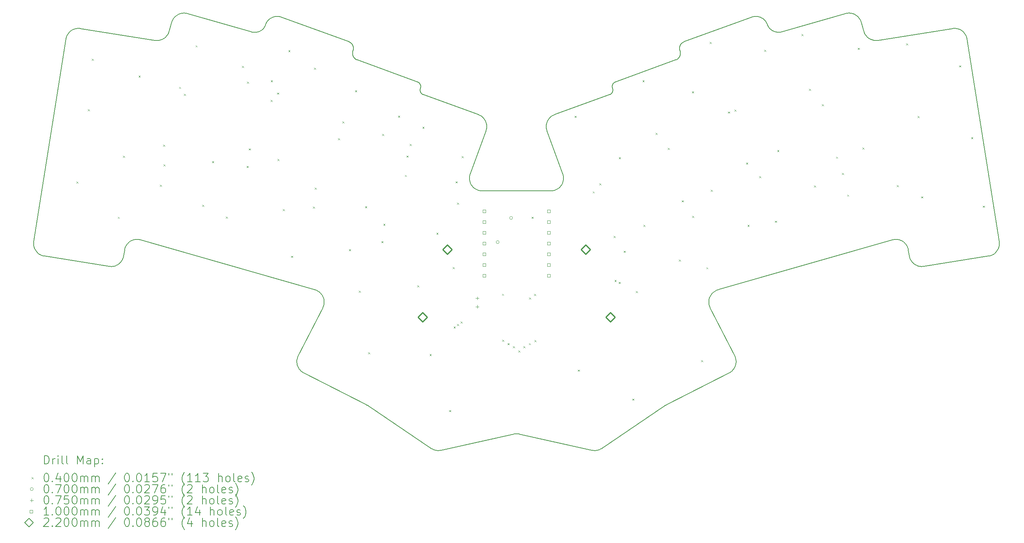
<source format=gbr>
%TF.GenerationSoftware,KiCad,Pcbnew,7.0.5-0*%
%TF.CreationDate,2023-06-28T16:41:04-04:00*%
%TF.ProjectId,regret,72656772-6574-42e6-9b69-6361645f7063,1*%
%TF.SameCoordinates,Original*%
%TF.FileFunction,Drillmap*%
%TF.FilePolarity,Positive*%
%FSLAX45Y45*%
G04 Gerber Fmt 4.5, Leading zero omitted, Abs format (unit mm)*
G04 Created by KiCad (PCBNEW 7.0.5-0) date 2023-06-28 16:41:04*
%MOMM*%
%LPD*%
G01*
G04 APERTURE LIST*
%ADD10C,0.151694*%
%ADD11C,0.200000*%
%ADD12C,0.040000*%
%ADD13C,0.070000*%
%ADD14C,0.075000*%
%ADD15C,0.100000*%
%ADD16C,0.220000*%
G04 APERTURE END LIST*
D10*
X25348508Y-16544191D02*
X25352470Y-16541897D01*
X27771125Y-7613721D02*
X27763417Y-7602760D01*
X15782922Y-7682832D02*
X15772511Y-7689736D01*
X17952187Y-8150840D02*
X17954068Y-8142541D01*
X22708468Y-11468967D02*
X22691205Y-11473776D01*
X10498356Y-12946887D02*
X10509158Y-12956499D01*
X19907095Y-17617669D02*
X19922041Y-17620108D01*
X26987000Y-15439891D02*
X26982647Y-15425530D01*
X20712330Y-11097233D02*
X20718058Y-11079867D01*
X25672296Y-8167420D02*
X25672301Y-8167427D01*
X22875188Y-11339285D02*
X22865164Y-11354574D01*
X13442441Y-7895614D02*
X13430212Y-7900963D01*
X12648644Y-12703206D02*
X12660813Y-12692944D01*
X19538528Y-8967611D02*
X19536244Y-8962390D01*
X22757929Y-11448589D02*
X22741873Y-11456351D01*
X30782977Y-12627555D02*
X30798712Y-12628581D01*
X17950145Y-8061041D02*
X17947618Y-8053339D01*
X21826129Y-17225771D02*
X21834336Y-17226336D01*
X27816285Y-7661848D02*
X27806436Y-7653146D01*
X17153421Y-13874413D02*
X17165471Y-13884512D01*
X32978556Y-13020937D02*
X32993423Y-13017409D01*
X25679273Y-8192255D02*
X25680720Y-8200569D01*
X12789480Y-12633100D02*
X12805008Y-12630431D01*
X19540208Y-9053199D02*
X19542153Y-9047404D01*
X20877509Y-11456351D02*
X20861453Y-11448589D01*
X27870672Y-7697932D02*
X27859174Y-7691739D01*
X26412169Y-13929802D02*
X26421938Y-13917400D01*
X30090072Y-7834676D02*
X30080848Y-7824963D01*
X31209190Y-13212593D02*
X31221034Y-13220773D01*
X17207911Y-13930778D02*
X17216964Y-13943697D01*
X13849253Y-7293968D02*
X13835562Y-7299477D01*
X15552629Y-7721149D02*
X14037028Y-7286563D01*
X19530940Y-8952302D02*
X19527930Y-8947454D01*
X26860492Y-15771418D02*
X26873002Y-15762903D01*
X24072133Y-9006569D02*
X24071980Y-9012364D01*
X13665978Y-7492268D02*
X13604666Y-7706085D01*
X27756195Y-7591378D02*
X27749479Y-7579584D01*
X27806436Y-7653146D02*
X27796976Y-7643972D01*
X22830017Y-11396142D02*
X22816835Y-11408375D01*
X10509158Y-12956499D02*
X10520437Y-12965600D01*
X16198256Y-7357189D02*
X16184398Y-7355415D01*
X19521215Y-8938199D02*
X19517520Y-8933811D01*
X27393652Y-7362786D02*
X27380086Y-7366612D01*
X12496040Y-13115857D02*
X12502877Y-13102828D01*
X19540197Y-9053213D02*
X19540202Y-9053205D01*
X20894011Y-11463151D02*
X20877509Y-11456351D01*
X33194189Y-12840931D02*
X33199358Y-12827393D01*
X17897289Y-7980580D02*
X17890830Y-7975406D01*
X19546847Y-9024032D02*
X19547270Y-9018188D01*
X18047891Y-8383664D02*
X18039811Y-8380490D01*
X13877251Y-7285034D02*
X13863159Y-7289153D01*
X19541862Y-9138796D02*
X19539829Y-9133474D01*
X25672287Y-8167394D02*
X25672288Y-8167400D01*
X17903455Y-7986039D02*
X17897289Y-7980580D01*
X12551768Y-12880406D02*
X12554703Y-12864611D01*
X13297325Y-7922835D02*
X13283364Y-7921613D01*
X11185704Y-7819399D02*
X11180271Y-7833042D01*
X30336018Y-7921577D02*
X30322057Y-7922800D01*
X31176166Y-13184782D02*
X31186735Y-13194581D01*
X12820657Y-12628581D02*
X12836390Y-12627555D01*
X19545108Y-9035737D02*
X19546128Y-9029884D01*
X17949466Y-8289029D02*
X17946577Y-8281463D01*
X10415505Y-12813580D02*
X10420025Y-12827393D01*
X19545114Y-8989452D02*
X19543860Y-8983867D01*
X13269351Y-7919727D02*
X11508571Y-7640821D01*
X17946577Y-8281463D02*
X17944049Y-8273762D01*
X13571038Y-7781935D02*
X13563607Y-7793298D01*
X26354469Y-14076285D02*
X26356615Y-14060614D01*
X19538052Y-9128057D02*
X19536534Y-9122553D01*
X25628635Y-8348754D02*
X25622468Y-8354212D01*
X24081154Y-9059062D02*
X24082783Y-9064883D01*
X24091446Y-8947454D02*
X24088437Y-8952302D01*
X21097648Y-9887187D02*
X21093810Y-9873274D01*
X26356615Y-14060614D02*
X26359592Y-14045038D01*
X17947096Y-8167400D02*
X17947097Y-8167394D01*
X25654855Y-8317658D02*
X25650247Y-8324340D01*
X17944306Y-8175680D02*
X17947068Y-8167446D01*
X25672293Y-8167413D02*
X25672296Y-8167420D01*
X19533122Y-9088258D02*
X19533545Y-9082419D01*
X26990556Y-15584376D02*
X26993348Y-15570236D01*
X26987096Y-15598354D02*
X26990556Y-15584376D01*
X11310153Y-7678199D02*
X11297553Y-7685996D01*
X12581310Y-12790073D02*
X12588889Y-12776247D01*
X25675078Y-8175680D02*
X25677395Y-8183954D01*
X17054130Y-13821810D02*
X17059410Y-13823695D01*
X25682528Y-8225457D02*
X25682309Y-8233690D01*
X25672305Y-8167433D02*
X25672310Y-8167440D01*
X20981692Y-11481935D02*
X20963610Y-11480282D01*
X21106215Y-9944531D02*
X21105113Y-9929989D01*
X13477476Y-7876432D02*
X13466090Y-7883337D01*
X24052615Y-9176784D02*
X24048488Y-9180815D01*
X25704498Y-7997759D02*
X25699248Y-8003993D01*
X19863227Y-17605872D02*
X19877659Y-17610546D01*
X24079183Y-9053230D02*
X24079184Y-9053232D01*
X25662052Y-8109344D02*
X25662241Y-8117616D01*
X29797707Y-7305891D02*
X29784644Y-7299827D01*
X31356926Y-13268594D02*
X31371786Y-13269634D01*
X32963368Y-13023739D02*
X32978556Y-13020937D01*
X17947101Y-8167361D02*
X17947102Y-8167355D01*
X21752409Y-17230850D02*
X21760530Y-17229383D01*
X17949867Y-8159111D02*
X17952187Y-8150840D01*
X21842528Y-17227126D02*
X21850702Y-17228142D01*
X17262978Y-14061346D02*
X17265090Y-14076973D01*
X33203878Y-12813580D02*
X33207732Y-12799515D01*
X30029077Y-7745586D02*
X30023722Y-7732755D01*
X19544145Y-9144013D02*
X19541862Y-9138796D01*
X13670435Y-7478069D02*
X13665978Y-7492268D01*
X26971653Y-15397185D02*
X26964996Y-15383251D01*
X13863159Y-7289153D02*
X13849253Y-7293968D01*
X19547270Y-9018188D02*
X19547403Y-9012364D01*
X15716387Y-7716732D02*
X15704479Y-7720560D01*
X23697310Y-17620108D02*
X23712257Y-17617670D01*
X17969127Y-8324340D02*
X17964521Y-8317658D01*
X25677900Y-8038357D02*
X25674655Y-8045773D01*
X29771295Y-7294390D02*
X29757684Y-7289592D01*
X12462928Y-13163673D02*
X12472027Y-13152395D01*
X12305953Y-13261174D02*
X12320019Y-13257319D01*
X30130837Y-7869015D02*
X30120101Y-7861130D01*
X13509667Y-7852783D02*
X13499282Y-7861144D01*
X29923654Y-7422797D02*
X29915844Y-7410226D01*
X32169789Y-7637368D02*
X32155074Y-7637137D01*
X17216964Y-13943697D02*
X17225347Y-13957109D01*
X16701900Y-15723698D02*
X16712179Y-15734229D01*
X18254794Y-16535385D02*
X18258866Y-16537493D01*
X30958570Y-12692945D02*
X30970739Y-12703206D01*
X29937485Y-7449301D02*
X29930876Y-7435826D01*
X17937073Y-8233690D02*
X17936854Y-8225458D01*
X15802780Y-7667595D02*
X15793018Y-7675448D01*
X24079208Y-9053267D02*
X24079212Y-9053270D01*
X27434984Y-7355414D02*
X27421126Y-7357189D01*
X27448889Y-7354322D02*
X27434984Y-7355414D01*
X26966727Y-15652146D02*
X26972782Y-15639067D01*
X15904207Y-7503194D02*
X15897812Y-7515699D01*
X19536534Y-9122553D02*
X19535280Y-9116973D01*
X17941988Y-8183954D02*
X17944306Y-8175680D01*
X26479680Y-13864051D02*
X26492840Y-13855275D01*
X30350031Y-7919691D02*
X30336018Y-7921577D01*
X15944630Y-7446516D02*
X15935475Y-7457010D01*
X21088438Y-10062318D02*
X21093351Y-10047679D01*
X32283085Y-7664579D02*
X32269596Y-7658770D01*
X24034861Y-9191726D02*
X24029919Y-9194936D01*
X19543785Y-9041580D02*
X19545108Y-9035737D01*
X26363403Y-14029588D02*
X26368049Y-14014298D01*
X25710060Y-7991770D02*
X25704498Y-7997759D01*
X19527930Y-8947454D02*
X19524687Y-8942750D01*
X13949588Y-7274995D02*
X13934958Y-7275586D01*
X21858852Y-17229383D02*
X21866973Y-17230850D01*
X19559162Y-9168185D02*
X19555694Y-9163637D01*
X12626127Y-12725479D02*
X12637076Y-12714060D01*
X21817912Y-17225433D02*
X21826129Y-17225771D01*
X19540193Y-9053217D02*
X19540197Y-9053213D01*
X17225347Y-13957109D02*
X17233037Y-13970994D01*
X25773105Y-7951124D02*
X25765022Y-7954298D01*
X17937693Y-8241868D02*
X17937073Y-8233690D01*
X12729215Y-12651870D02*
X12743937Y-12645973D01*
X25571457Y-8383664D02*
X24150119Y-8900976D01*
X12899528Y-12631784D02*
X12915198Y-12634948D01*
X19500588Y-8918074D02*
X19495839Y-8914643D01*
X24082849Y-9122553D02*
X24081332Y-9128057D01*
X15793018Y-7675448D02*
X15782922Y-7682832D01*
X11297553Y-7685996D02*
X11285299Y-7694445D01*
X22516064Y-9915569D02*
X22514263Y-9929989D01*
X32309229Y-7678199D02*
X32296305Y-7671057D01*
X24079180Y-9053221D02*
X24079180Y-9053224D01*
X13604666Y-7706085D02*
X13600453Y-7719584D01*
X18003356Y-8359384D02*
X17996898Y-8354212D01*
X26550060Y-13827258D02*
X26560645Y-13823412D01*
X33049375Y-12996457D02*
X33062405Y-12989618D01*
X25672284Y-8167381D02*
X25672285Y-8167387D01*
X10544363Y-12982180D02*
X10556979Y-12989618D01*
X24074275Y-9035737D02*
X24075598Y-9041580D01*
X31327727Y-13264349D02*
X31342232Y-13266827D01*
X29943458Y-7463208D02*
X29937485Y-7449301D01*
X19795088Y-17571597D02*
X19808083Y-17579887D01*
X25662269Y-8101112D02*
X25662052Y-8109344D01*
X32357204Y-7713052D02*
X32345899Y-7703482D01*
X16659348Y-15664946D02*
X16666652Y-15677424D01*
X25672283Y-8167361D02*
X25672283Y-8167368D01*
X22910097Y-11256676D02*
X22905165Y-11273860D01*
X19605429Y-9203152D02*
X19599922Y-9200658D01*
X22673625Y-11477555D02*
X22655772Y-11480283D01*
X24029919Y-9194936D02*
X24024784Y-9197917D01*
X24128466Y-8911431D02*
X24123523Y-8914642D01*
X13728965Y-7376965D02*
X13719578Y-7388194D01*
X11479052Y-7637632D02*
X11464297Y-7637137D01*
X31299365Y-13257319D02*
X31313430Y-13261174D01*
X27906713Y-7713282D02*
X27894461Y-7708714D01*
X30141907Y-7876414D02*
X30130837Y-7869015D01*
X24072569Y-9000813D02*
X24072133Y-9006569D01*
X26917500Y-15723681D02*
X26927199Y-15712711D01*
X19535280Y-9116973D02*
X19534293Y-9111326D01*
X32439097Y-7833027D02*
X32433667Y-7819383D01*
X22530054Y-9859579D02*
X22525562Y-9873274D01*
X30253645Y-7919335D02*
X30240365Y-7916805D01*
X32155074Y-7637137D02*
X32140323Y-7637631D01*
X18262903Y-16539664D02*
X18266906Y-16541897D01*
X33212746Y-12680488D02*
X32454028Y-7890199D01*
X17260039Y-14045809D02*
X17262978Y-14061346D01*
X17947091Y-8167413D02*
X17947093Y-8167407D01*
X17956540Y-8125916D02*
X17957143Y-8117617D01*
X17263291Y-14155338D02*
X17260470Y-14170825D01*
X16674567Y-15689564D02*
X16683085Y-15701340D01*
X24073256Y-9029884D02*
X24074275Y-9035737D01*
X20013075Y-17618664D02*
X20028203Y-17615693D01*
X19474918Y-8903212D02*
X19469228Y-8900976D01*
X21031108Y-9760751D02*
X21021218Y-9750102D01*
X19997886Y-17620846D02*
X20013075Y-17618664D01*
X25672291Y-8167407D02*
X25672293Y-8167413D01*
X25650247Y-8324340D02*
X25645315Y-8330804D01*
X13978904Y-7275961D02*
X13964245Y-7275120D01*
X31197750Y-13203857D02*
X31209190Y-13212593D01*
X12700654Y-12666044D02*
X12714775Y-12658562D01*
X25665300Y-8076798D02*
X25663899Y-8084826D01*
X19533145Y-9099868D02*
X19532990Y-9094078D01*
X17140843Y-13864947D02*
X17153421Y-13874413D01*
X30214347Y-7909999D02*
X30201644Y-7905746D01*
X19552453Y-9158937D02*
X19549445Y-9154093D01*
X32427586Y-7806045D02*
X32420869Y-7793035D01*
X22916846Y-11221652D02*
X22913994Y-11239258D01*
X17846278Y-7951124D02*
X16252715Y-7371124D01*
X19547403Y-9012364D02*
X19547250Y-9006569D01*
X31067615Y-12880406D02*
X31089241Y-13016825D01*
X27957646Y-7725836D02*
X27944664Y-7723575D01*
X19490893Y-8911431D02*
X19485755Y-8908449D01*
X23712257Y-17617670D02*
X23727062Y-17614481D01*
X15918737Y-7479298D02*
X15911187Y-7491054D01*
X23741697Y-17610546D02*
X23756132Y-17605872D01*
X24075598Y-9041580D02*
X24077230Y-9047404D01*
X30904606Y-12658562D02*
X30918729Y-12666044D01*
X12247598Y-13269633D02*
X12262458Y-13268594D01*
X13488546Y-7869030D02*
X13477476Y-7876432D01*
X17085710Y-13833881D02*
X17100169Y-13840582D01*
X10488047Y-12936786D02*
X10498356Y-12946887D01*
X19542341Y-8978359D02*
X19540562Y-8972938D01*
X26972782Y-15639067D02*
X26978200Y-15625725D01*
X25587369Y-8376948D02*
X25579540Y-8380490D01*
X19542153Y-9047404D02*
X19543785Y-9041580D01*
X13454406Y-7889735D02*
X13442441Y-7895614D01*
X21785046Y-17226336D02*
X21793253Y-17225771D01*
X29857912Y-7345150D02*
X29846630Y-7336149D01*
X30201644Y-7905746D02*
X30189170Y-7900939D01*
X24079184Y-9053232D02*
X24079185Y-9053235D01*
X13595661Y-7732755D02*
X13590305Y-7745587D01*
X32454028Y-7890199D02*
X32451342Y-7875562D01*
X15838114Y-7631677D02*
X15829875Y-7641313D01*
X13783697Y-7328218D02*
X13771766Y-7336911D01*
X24008267Y-9205387D02*
X22710260Y-9677826D01*
X31245847Y-13235406D02*
X31258771Y-13241827D01*
X12410194Y-13212593D02*
X12421634Y-13203857D01*
X10430997Y-12854175D02*
X10437418Y-12867101D01*
X12714775Y-12658562D02*
X12729215Y-12651870D01*
X25640065Y-8337036D02*
X25634503Y-8343025D01*
X25742325Y-7965971D02*
X25735299Y-7970532D01*
X24066930Y-9158937D02*
X24063689Y-9163638D01*
X31130780Y-13128472D02*
X31138791Y-13140657D01*
X16225731Y-7362786D02*
X16212042Y-7359646D01*
X28078149Y-7717903D02*
X28064670Y-7721419D01*
X26997625Y-15527101D02*
X26997657Y-15512568D01*
X30164976Y-7889714D02*
X30153292Y-7883318D01*
X15821227Y-7650518D02*
X15812189Y-7659282D01*
X29701073Y-7277048D02*
X29686497Y-7275639D01*
X27674753Y-7446516D02*
X27665098Y-7436482D01*
X25682309Y-8233690D02*
X25681689Y-8241868D01*
X15866604Y-7589008D02*
X15860189Y-7600274D01*
X22918648Y-11203909D02*
X22916846Y-11221652D01*
X19540172Y-9053263D02*
X19540173Y-9053260D01*
X16666652Y-15677424D02*
X16674567Y-15689564D01*
X25340687Y-16548962D02*
X25344580Y-16546546D01*
X13283364Y-7921613D02*
X13269351Y-7919727D01*
X25360495Y-16537493D02*
X25364554Y-16535384D01*
X17954068Y-8142541D02*
X17955517Y-8134228D01*
X16623931Y-15555962D02*
X16626045Y-15570239D01*
X11493819Y-7638858D02*
X11479052Y-7637632D01*
X17979307Y-8337036D02*
X17974058Y-8330803D01*
X12514673Y-13075588D02*
X12519588Y-13061410D01*
X30063682Y-7804261D02*
X30055777Y-7793294D01*
X31104711Y-13075588D02*
X31110289Y-13089399D01*
X27847967Y-7685024D02*
X27837070Y-7677797D01*
X21866973Y-17230850D02*
X21875061Y-17232543D01*
X17937643Y-8208884D02*
X17938663Y-8200569D01*
X11323076Y-7671058D02*
X11310153Y-7678199D01*
X22637690Y-11481935D02*
X22619420Y-11482492D01*
X17984867Y-8343025D02*
X17979307Y-8337036D01*
X24109894Y-8925560D02*
X24105765Y-8929594D01*
X31003567Y-12737435D02*
X31013222Y-12749900D01*
X20714218Y-11273860D02*
X20709285Y-11256676D01*
X15975029Y-7417862D02*
X15964424Y-7426923D01*
X24079192Y-9053247D02*
X24079195Y-9053250D01*
X24044151Y-9184656D02*
X24039607Y-9188296D01*
X15954285Y-7436481D02*
X15944630Y-7446516D01*
X13891503Y-7281615D02*
X13877251Y-7285034D01*
X13771766Y-7336911D02*
X13760310Y-7346154D01*
X25662844Y-8125916D02*
X25663867Y-8134228D01*
X19549445Y-9154093D02*
X19546674Y-9149115D01*
X27970763Y-7727495D02*
X27957646Y-7725836D01*
X27763417Y-7602760D02*
X27756195Y-7591378D01*
X25645315Y-8330804D02*
X25640065Y-8337036D01*
X10656016Y-13023739D02*
X12186926Y-13266203D01*
X24079176Y-9053205D02*
X24079176Y-9053209D01*
X15853290Y-7611148D02*
X15845925Y-7621618D01*
X17100169Y-13840582D02*
X17114193Y-13848009D01*
X19536244Y-8962390D02*
X19533713Y-8957284D01*
X30767190Y-12627357D02*
X30782977Y-12627555D01*
X30890165Y-12651870D02*
X30904606Y-12658562D01*
X24079199Y-9053257D02*
X24079202Y-9053260D01*
X27796976Y-7643972D02*
X27787925Y-7634337D01*
X17960245Y-8310773D02*
X17956307Y-8303697D01*
X14022627Y-7282821D02*
X14008122Y-7279809D01*
X13796089Y-7320095D02*
X13783697Y-7328218D01*
X30048345Y-7781932D02*
X30041407Y-7770186D01*
X16626045Y-15570239D02*
X16628835Y-15584379D01*
X27708196Y-7491054D02*
X27700646Y-7479298D01*
X33188386Y-12854175D02*
X33194189Y-12840931D01*
X23591145Y-17615693D02*
X23606273Y-17618664D01*
X16647762Y-15397185D02*
X16641878Y-15411286D01*
X12373537Y-13235406D02*
X12386124Y-13228383D01*
X29834945Y-7327709D02*
X29822881Y-7319845D01*
X17198212Y-13918377D02*
X17207911Y-13930778D01*
X30120101Y-7861130D02*
X30109717Y-7852771D01*
X10405999Y-12770713D02*
X10408476Y-12785218D01*
X25682341Y-8217184D02*
X25682528Y-8225457D01*
X28064670Y-7721419D02*
X28051168Y-7724252D01*
X15655200Y-7730312D02*
X15642561Y-7731313D01*
X17944049Y-8273762D02*
X17941891Y-8265938D01*
X10597250Y-13008258D02*
X10611430Y-13013175D01*
X19535279Y-9070722D02*
X19536600Y-9064883D01*
X22668505Y-9696697D02*
X22655524Y-9704228D01*
X20861453Y-11448589D02*
X20845886Y-11439888D01*
X12588889Y-12776247D02*
X12597179Y-12762847D01*
X22655772Y-11480283D02*
X22637690Y-11481935D01*
X27476738Y-7354178D02*
X27462816Y-7353910D01*
X11508571Y-7640821D02*
X11493819Y-7638858D01*
X13405036Y-7910026D02*
X13392123Y-7913718D01*
X31342232Y-13266827D02*
X31356926Y-13268594D01*
X24085121Y-9076571D02*
X24085839Y-9082419D01*
X11205849Y-7780389D02*
X11198507Y-7793050D01*
X33216481Y-12726155D02*
X33216016Y-12711027D01*
X27421126Y-7357189D02*
X27407340Y-7359645D01*
X24086261Y-9088258D02*
X24086393Y-9094078D01*
X26394600Y-13956154D02*
X26403048Y-13942728D01*
X10556979Y-12989618D02*
X10570009Y-12996457D01*
X26432332Y-13905545D02*
X26443327Y-13894258D01*
X11241157Y-7733703D02*
X11231467Y-7744735D01*
X29612234Y-7279601D02*
X29597268Y-7282685D01*
X26373531Y-13999201D02*
X26379818Y-13984414D01*
X15750819Y-7702068D02*
X15739575Y-7707477D01*
X25344580Y-16546546D02*
X25348508Y-16544191D01*
X10420025Y-12827393D02*
X10425194Y-12840932D01*
X11336293Y-7664579D02*
X11323076Y-7671058D01*
X15886849Y-7541727D02*
X15882758Y-7552945D01*
X16758920Y-15771448D02*
X16771970Y-15779399D01*
X11222343Y-7756208D02*
X11213799Y-7768101D01*
X23770337Y-17600463D02*
X23784286Y-17594327D01*
X31401919Y-13269467D02*
X31417149Y-13268230D01*
X30109717Y-7852771D02*
X30099701Y-7843949D01*
X25663867Y-8134228D02*
X25665316Y-8142541D01*
X22917691Y-11150328D02*
X22919077Y-11168198D01*
X31156456Y-13163673D02*
X31166066Y-13174474D01*
X25672316Y-8167446D02*
X25675078Y-8175680D01*
X12558459Y-12849075D02*
X12563015Y-12833825D01*
X13311217Y-7923403D02*
X13297325Y-7922835D01*
X17165471Y-13884512D02*
X17176968Y-13895221D01*
X20700306Y-11168199D02*
X20701692Y-11150328D01*
X17936854Y-8225458D02*
X17937042Y-8217184D01*
X27859174Y-7691739D02*
X27847967Y-7685024D01*
X22854224Y-11369219D02*
X22842494Y-11383083D01*
X29597268Y-7282685D02*
X29582320Y-7286563D01*
X17957115Y-8101113D02*
X17956498Y-8092936D01*
X16625942Y-15468864D02*
X16623817Y-15483425D01*
X31272014Y-13247630D02*
X31285553Y-13252799D01*
X24072709Y-9149115D02*
X24069938Y-9154093D01*
X25333016Y-16553976D02*
X25336832Y-16551439D01*
X26982975Y-15612146D02*
X26987096Y-15598354D01*
X16734441Y-15753871D02*
X16746408Y-15762930D01*
X21105113Y-9929989D02*
X21103311Y-9915568D01*
X12758911Y-12640876D02*
X12774103Y-12636584D01*
X25672310Y-8167440D02*
X25672313Y-8167443D01*
X20909122Y-9677826D02*
X19611116Y-9205387D01*
X25677490Y-8265938D02*
X25675331Y-8273762D01*
X33167331Y-12891914D02*
X33174942Y-12879687D01*
X19579776Y-9188296D02*
X19575233Y-9184656D01*
X25680720Y-8200569D02*
X25681740Y-8208884D01*
X21093810Y-9873274D02*
X21089317Y-9859579D01*
X29810460Y-7312567D02*
X29797707Y-7305891D01*
X21089317Y-9859579D02*
X21084179Y-9846125D01*
X24079195Y-9053250D02*
X24079197Y-9053254D01*
X22901324Y-11079867D02*
X22907052Y-11097233D01*
X28037662Y-7726414D02*
X28024172Y-7727914D01*
X30308165Y-7923368D02*
X30294361Y-7923295D01*
X19543860Y-8983867D02*
X19542341Y-8978359D01*
X32447949Y-7861139D02*
X32443862Y-7846953D01*
X10403367Y-12711027D02*
X10402902Y-12726155D01*
X12432649Y-13194581D02*
X12443218Y-13184781D01*
X20963848Y-9704228D02*
X20950869Y-9696697D01*
X22725372Y-11463151D02*
X22708468Y-11468967D01*
X22530943Y-10062318D02*
X22901324Y-11079867D01*
X24101852Y-8933811D02*
X24098159Y-8938199D01*
X26982647Y-15425530D02*
X26977534Y-15411286D01*
X20999962Y-11482491D02*
X20981692Y-11481935D01*
X10452052Y-12891914D02*
X10460233Y-12903759D01*
X25674655Y-8045773D02*
X25671765Y-8053339D01*
X24079175Y-9053201D02*
X24079175Y-9053203D01*
X21049212Y-9783331D02*
X21040443Y-9771836D01*
X26492840Y-13855275D02*
X26506482Y-13847185D01*
X32199006Y-7639981D02*
X32184442Y-7638318D01*
X17947101Y-8167368D02*
X17947101Y-8167361D01*
X27597612Y-7386949D02*
X27584932Y-7380649D01*
X20701692Y-11150328D02*
X20704154Y-11132512D01*
X29784644Y-7299827D02*
X29771295Y-7294390D01*
X17884083Y-7970532D02*
X17877057Y-7965971D01*
X32255862Y-7653637D02*
X32241910Y-7649185D01*
X30176942Y-7895592D02*
X30164976Y-7889714D01*
X27837070Y-7677797D02*
X27826502Y-7670068D01*
X22515995Y-10003423D02*
X22518568Y-10018207D01*
X16252715Y-7371124D02*
X16239297Y-7366612D01*
X24077230Y-9047404D02*
X24079175Y-9053199D01*
X27894461Y-7708714D02*
X27882441Y-7703594D01*
X17909323Y-7991770D02*
X17903455Y-7986039D01*
X32367984Y-7723132D02*
X32357204Y-7713052D01*
X12360612Y-13241827D02*
X12373537Y-13235406D01*
X17176968Y-13895221D02*
X17187890Y-13906518D01*
X27621813Y-7401301D02*
X27609912Y-7393840D01*
X17947618Y-8053339D02*
X17944730Y-8045773D01*
X12686881Y-12674311D02*
X12700654Y-12666044D01*
X13687783Y-7437345D02*
X13681354Y-7450587D01*
X33087207Y-12974167D02*
X33098947Y-12965600D01*
X16060613Y-7369991D02*
X16047429Y-7374984D01*
X13835562Y-7299477D02*
X13822109Y-7305676D01*
X15860189Y-7600274D02*
X15853290Y-7611148D01*
X26454900Y-13883565D02*
X26467025Y-13873488D01*
X24086239Y-9099869D02*
X24085803Y-9105621D01*
X25681495Y-8031103D02*
X25677900Y-8038357D01*
X17246241Y-14000083D02*
X17251672Y-14015145D01*
X10408476Y-12785218D02*
X10411650Y-12799515D01*
X16184398Y-7355415D02*
X16170493Y-7354322D01*
X17947102Y-8167355D02*
X17947102Y-8167342D01*
X26378440Y-14230828D02*
X26372348Y-14216048D01*
X10425194Y-12840932D02*
X10430997Y-12854175D01*
X24079190Y-9053244D02*
X24079192Y-9053247D01*
X24073282Y-8995104D02*
X24072569Y-9000813D01*
X22578924Y-9771836D02*
X22570155Y-9783331D01*
X19540172Y-9053267D02*
X19540172Y-9053263D01*
X27779301Y-7624250D02*
X27771125Y-7613721D01*
X33213384Y-12770713D02*
X33215149Y-12756019D01*
X15591298Y-7729280D02*
X15578398Y-7727215D01*
X13538535Y-7824971D02*
X13529311Y-7834686D01*
X19967440Y-17622863D02*
X19982665Y-17622243D01*
X20707698Y-11114797D02*
X20712330Y-11097233D01*
X15739575Y-7707477D02*
X15728091Y-7712369D01*
X21100813Y-10018207D02*
X21103385Y-10003423D01*
X23667106Y-17622710D02*
X23682250Y-17621790D01*
X10478246Y-12926216D02*
X10488047Y-12936786D01*
X30018929Y-7719584D02*
X30014717Y-7706085D01*
X13365738Y-7919366D02*
X13352299Y-7921299D01*
X27380086Y-7366612D02*
X27366669Y-7371124D01*
X13760310Y-7346154D02*
X13749347Y-7355923D01*
X17038102Y-13816709D02*
X17043480Y-13818317D01*
X12186926Y-13266203D02*
X12202236Y-13268230D01*
X12519588Y-13061410D02*
X12523819Y-13046879D01*
X26833870Y-15786721D02*
X26847446Y-15779365D01*
X13702498Y-7411965D02*
X13694836Y-7424464D01*
X16746408Y-15762930D02*
X16758920Y-15771448D01*
X16239297Y-7366612D02*
X16225731Y-7362786D01*
X17265090Y-14076973D02*
X17266376Y-14092660D01*
X11420362Y-7639981D02*
X11405912Y-7642351D01*
X25609263Y-8364258D02*
X25602236Y-8368819D01*
X17947093Y-8167407D02*
X17947096Y-8167400D01*
X16034451Y-7380649D02*
X16021771Y-7386949D01*
X11464297Y-7637137D02*
X11449580Y-7637368D01*
X19982665Y-17622243D02*
X19997886Y-17620846D01*
X31233260Y-13228383D02*
X31245847Y-13235406D01*
X16632407Y-15439891D02*
X16628803Y-15454344D01*
X17869758Y-7961735D02*
X17862190Y-7957840D01*
X32378225Y-7733697D02*
X32367984Y-7723132D01*
X29743832Y-7285445D02*
X29729764Y-7281964D01*
X22681963Y-9689770D02*
X22668505Y-9696697D01*
X16087501Y-7362020D02*
X16073979Y-7365669D01*
X29868769Y-7354699D02*
X29857912Y-7345150D01*
X17964521Y-8317658D02*
X17960245Y-8310773D01*
X26990601Y-15454344D02*
X26987000Y-15439891D01*
X16114912Y-7356747D02*
X16101154Y-7359046D01*
X32387915Y-7744728D02*
X32378225Y-7733697D01*
X13519682Y-7843960D02*
X13509667Y-7852783D01*
X26386849Y-13970057D02*
X26394600Y-13956154D01*
X19808083Y-17579887D02*
X19821424Y-17587466D01*
X17957143Y-8117617D02*
X17957333Y-8109344D01*
X22865164Y-11354574D02*
X22854224Y-11369219D01*
X32413529Y-7780376D02*
X32405581Y-7768089D01*
X25672288Y-8167400D02*
X25672291Y-8167407D01*
X19533545Y-9082419D02*
X19534262Y-9076570D01*
X32405581Y-7768089D02*
X32397038Y-7756199D01*
X17914885Y-7997759D02*
X17909323Y-7991770D01*
X19505134Y-8921717D02*
X19500588Y-8918074D01*
X25666667Y-8296444D02*
X25663071Y-8303697D01*
X17925067Y-8010458D02*
X17920135Y-8003993D01*
X24024784Y-9197917D02*
X24019461Y-9200658D01*
X19547250Y-9006569D02*
X19546814Y-9000812D01*
X24056527Y-9172570D02*
X24052615Y-9176784D01*
X24060220Y-9168185D02*
X24056527Y-9172570D01*
X22643030Y-9712340D02*
X22631034Y-9721007D01*
X16636417Y-15612151D02*
X16641191Y-15625731D01*
X25728554Y-7975407D02*
X25722094Y-7980580D01*
X11231467Y-7744735D02*
X11222343Y-7756208D01*
X17974058Y-8330803D02*
X17969127Y-8324340D01*
X26385349Y-14245335D02*
X26378440Y-14230828D01*
X15926839Y-7467943D02*
X15918737Y-7479298D01*
X20720182Y-11290761D02*
X20714218Y-11273860D01*
X21760530Y-17229383D02*
X21768680Y-17228142D01*
X33007954Y-13013175D02*
X33022134Y-13008257D01*
X16170493Y-7354322D02*
X16156566Y-7353910D01*
X17947070Y-8167443D02*
X17947073Y-8167439D01*
X20937414Y-9689770D02*
X20923494Y-9683472D01*
X24075238Y-9144013D02*
X24072709Y-9149115D01*
X10532177Y-12974167D02*
X10544363Y-12982180D01*
X12472027Y-13152395D02*
X12480593Y-13140657D01*
X13555701Y-7804266D02*
X13547338Y-7814828D01*
X15772511Y-7689736D02*
X15761804Y-7696151D01*
X30099701Y-7843949D02*
X30090072Y-7834676D01*
X12615816Y-12737435D02*
X12626127Y-12725479D01*
X12852178Y-12627358D02*
X12867985Y-12627993D01*
X22525562Y-9873274D02*
X22521725Y-9887187D01*
X26379818Y-13984414D02*
X26386849Y-13970057D01*
X12262458Y-13268594D02*
X12277151Y-13266828D01*
X25602236Y-8368819D02*
X25594936Y-8373053D01*
X19594599Y-9197916D02*
X19589464Y-9194936D01*
X30875441Y-12645973D02*
X30890165Y-12651870D01*
X33199358Y-12827393D02*
X33203878Y-12813580D01*
X13379018Y-7916835D02*
X13365738Y-7919366D01*
X19821424Y-17587466D02*
X19835081Y-17594326D01*
X19566768Y-9176784D02*
X19562856Y-9172570D01*
X26995462Y-15555960D02*
X26996890Y-15541573D01*
X17266376Y-14092660D02*
X17266838Y-14108374D01*
X16723029Y-15744296D02*
X16734441Y-15753871D01*
X24074268Y-8989452D02*
X24073282Y-8995104D01*
X26936311Y-15701326D02*
X26944829Y-15689552D01*
X33121027Y-12946887D02*
X33131336Y-12936786D01*
X33210907Y-12785219D02*
X33213384Y-12770713D01*
X19540562Y-8972938D02*
X19538528Y-8967611D01*
X27787925Y-7634337D02*
X27779301Y-7624250D01*
X17114193Y-13848009D02*
X17127758Y-13856138D01*
X24085666Y-8957284D02*
X24083136Y-8962390D01*
X31147357Y-13152395D02*
X31156456Y-13163673D01*
X22518555Y-9901293D02*
X22516064Y-9915569D01*
X24123523Y-8914642D02*
X24118777Y-8918074D01*
X24114232Y-8921717D02*
X24109894Y-8925560D01*
X32241910Y-7649185D02*
X32227767Y-7645421D01*
X18031986Y-8376948D02*
X18024421Y-8373053D01*
X26997657Y-15512568D02*
X26996979Y-15498001D01*
X24079185Y-9053235D02*
X24079187Y-9053238D01*
X27665098Y-7436482D02*
X27654959Y-7426924D01*
X19540174Y-9053254D02*
X19540175Y-9053251D01*
X33098947Y-12965600D02*
X33110226Y-12956499D01*
X27683907Y-7457010D02*
X27674753Y-7446516D01*
X29582320Y-7286563D02*
X28078149Y-7717903D01*
X20802548Y-11408375D02*
X20789366Y-11396142D01*
X27644354Y-7417862D02*
X27633300Y-7409314D01*
X14008122Y-7279809D02*
X13993539Y-7277523D01*
X29930876Y-7435826D02*
X29923654Y-7422797D01*
X29846630Y-7336149D02*
X29834945Y-7327709D01*
X11168012Y-7875567D02*
X11165319Y-7890199D01*
X29953404Y-7492268D02*
X29948773Y-7477534D01*
X16623817Y-15483425D02*
X16622419Y-15498002D01*
X33062405Y-12989618D02*
X33075021Y-12982180D01*
X17854361Y-7954299D02*
X17846278Y-7951124D01*
X16646610Y-15639074D02*
X16652665Y-15652154D01*
X16712179Y-15734229D02*
X16723029Y-15744296D01*
X27743290Y-7567388D02*
X27737646Y-7554801D01*
X32140323Y-7637631D02*
X32125561Y-7638857D01*
X13920383Y-7276888D02*
X13905889Y-7278899D01*
X33181965Y-12867100D02*
X33188386Y-12854175D01*
X22608582Y-9739912D02*
X22598149Y-9750102D01*
X21010786Y-9739912D02*
X20999821Y-9730206D01*
X27715177Y-7503194D02*
X27708196Y-7491054D01*
X12563015Y-12833825D02*
X12568355Y-12818889D01*
X30814361Y-12630432D02*
X30829892Y-12633101D01*
X17070840Y-13827929D02*
X17085710Y-13833881D01*
X16654422Y-15383251D02*
X16647762Y-15397185D01*
X31013222Y-12749900D02*
X31022203Y-12762847D01*
X15692388Y-7723841D02*
X15680132Y-7726567D01*
X12232593Y-13269930D02*
X12247598Y-13269633D01*
X10520437Y-12965600D02*
X10532177Y-12974167D01*
X27732535Y-7541727D02*
X27727364Y-7528549D01*
X16692199Y-15712726D02*
X16701900Y-15723698D01*
X16101154Y-7359046D02*
X16087501Y-7362020D01*
X24085803Y-9105621D02*
X24085090Y-9111326D01*
X13430212Y-7900963D02*
X13417738Y-7905771D01*
X12554703Y-12864611D02*
X12558459Y-12849075D01*
X19546101Y-8995104D02*
X19545114Y-8989452D01*
X18010099Y-8364258D02*
X18003356Y-8359384D01*
X31116507Y-13102828D02*
X31123344Y-13115857D01*
X24085090Y-9111326D02*
X24084104Y-9116973D01*
X24080852Y-8967611D02*
X24078819Y-8972938D01*
X24079178Y-9053217D02*
X24079180Y-9053221D01*
X22518568Y-10018207D02*
X22521910Y-10032967D01*
X19536600Y-9064883D02*
X19538230Y-9059062D01*
X17956498Y-8092936D02*
X17955485Y-8084826D01*
X26964996Y-15383251D02*
X26385349Y-14245335D01*
X22561963Y-9795213D02*
X22554359Y-9807458D01*
X33035946Y-13002678D02*
X33049375Y-12996457D01*
X11434926Y-7638318D02*
X11420362Y-7639981D01*
X10468970Y-12915200D02*
X10478246Y-12926216D01*
X15872516Y-7577358D02*
X15866604Y-7589008D01*
X12277151Y-13266828D02*
X12291657Y-13264349D01*
X20727171Y-11307331D02*
X20720182Y-11290761D01*
X24079554Y-9133475D02*
X24077521Y-9138796D01*
X19533581Y-9105621D02*
X19533145Y-9099868D01*
X19589464Y-9194936D02*
X19584521Y-9191726D01*
X13738893Y-7366201D02*
X13728965Y-7376965D01*
X26403048Y-13942728D02*
X26412169Y-13929802D01*
X12502877Y-13102828D02*
X12509095Y-13089399D01*
X15617034Y-7731523D02*
X15604183Y-7730713D01*
X17877057Y-7965971D02*
X17869758Y-7961735D01*
X30860465Y-12640876D02*
X30875441Y-12645973D01*
X19562856Y-9172570D02*
X19559162Y-9168185D01*
X26847446Y-15779365D02*
X26860492Y-15771418D01*
X32433667Y-7819383D02*
X32427586Y-7806045D01*
X26996979Y-15498001D02*
X26995582Y-15483424D01*
X31064679Y-12864611D02*
X31067615Y-12880406D01*
X22526031Y-10047679D02*
X22530943Y-10062318D01*
X17947083Y-8167427D02*
X17947087Y-8167420D01*
X19540180Y-9053238D02*
X19540184Y-9053232D01*
X30918729Y-12666044D02*
X30932501Y-12674311D01*
X25594936Y-8373053D02*
X25587369Y-8376948D01*
X26372348Y-14216048D02*
X26367073Y-14201031D01*
X13325021Y-7923329D02*
X13311217Y-7923403D01*
X12673565Y-12683304D02*
X12686881Y-12674311D01*
X21021218Y-9750102D02*
X21010786Y-9739912D01*
X28024172Y-7727914D02*
X28010717Y-7728762D01*
X11191788Y-7806061D02*
X11185704Y-7819399D01*
X29898548Y-7386511D02*
X29889110Y-7375393D01*
X25735299Y-7970532D02*
X25728554Y-7975407D01*
X17938707Y-8249977D02*
X17937693Y-8241868D01*
X30735591Y-12629467D02*
X30751383Y-12627993D01*
X31386791Y-13269930D02*
X31401919Y-13269467D01*
X33216016Y-12711027D02*
X33214776Y-12695797D01*
X13584405Y-7758068D02*
X13577976Y-7770188D01*
X10570009Y-12996457D02*
X10583438Y-13002678D01*
X22513162Y-9944531D02*
X22512774Y-9959169D01*
X24079175Y-9053199D02*
X24079175Y-9053201D01*
X24072113Y-9018188D02*
X24072536Y-9024032D01*
X13905889Y-7278899D02*
X13891503Y-7281615D01*
X19540202Y-9053205D02*
X19540208Y-9053199D01*
X23636684Y-17622243D02*
X23651908Y-17622863D01*
X13694836Y-7424464D02*
X13687783Y-7437345D01*
X13563607Y-7793298D02*
X13555701Y-7804266D01*
X31030493Y-12776247D02*
X31038072Y-12790072D01*
X27919177Y-7717288D02*
X27906713Y-7713282D01*
X24069938Y-9154093D02*
X24066930Y-9158937D01*
X19532990Y-9094078D02*
X19533122Y-9088258D01*
X22892212Y-11307331D02*
X22884205Y-11323522D01*
X17048822Y-13820018D02*
X17054130Y-13821810D01*
X24086393Y-9094078D02*
X24086239Y-9099869D01*
X12488605Y-13128472D02*
X12496040Y-13115857D01*
X17251672Y-14015145D02*
X17256271Y-14030398D01*
X30055777Y-7793294D02*
X30048345Y-7781932D01*
X25689710Y-8017140D02*
X25685434Y-8024027D01*
X32213456Y-7642351D02*
X32199006Y-7639981D01*
X24077040Y-8978359D02*
X24075522Y-8983867D01*
X26356166Y-14154878D02*
X26354174Y-14139238D01*
X17127758Y-13856138D02*
X17140843Y-13864947D01*
X33150413Y-12915200D02*
X33159150Y-12903759D01*
X19611116Y-9205387D02*
X19605429Y-9203152D01*
X25616009Y-8359385D02*
X25609263Y-8364258D01*
X17952711Y-8296444D02*
X17949466Y-8289029D01*
X16632296Y-15598358D02*
X16636417Y-15612151D01*
X26978200Y-15625725D02*
X26982975Y-15612146D01*
X20704154Y-11132512D02*
X20707698Y-11114797D01*
X31138791Y-13140657D02*
X31147357Y-13152395D01*
X19575233Y-9184656D02*
X19570895Y-9180816D01*
X18266906Y-16541897D02*
X18270872Y-16544191D01*
X13352299Y-7921299D02*
X13338722Y-7922624D01*
X24083136Y-8962390D02*
X24080852Y-8967611D01*
X22512774Y-9959169D02*
X22513109Y-9973880D01*
X24150119Y-8900976D02*
X24144433Y-8903212D01*
X20705389Y-11239257D02*
X20702537Y-11221652D01*
X22911684Y-11114797D02*
X22915229Y-11132512D01*
X15704479Y-7720560D02*
X15692388Y-7723841D01*
X22710260Y-9677826D02*
X22695885Y-9683472D01*
X13392123Y-7913718D02*
X13379018Y-7916835D01*
X20999821Y-9730206D02*
X20988336Y-9721006D01*
X22514263Y-9929989D02*
X22513162Y-9944531D01*
X19555694Y-9163637D02*
X19552453Y-9158937D01*
X33131336Y-12936786D02*
X33141137Y-12926216D01*
X20963610Y-11480282D02*
X20945757Y-11477555D01*
X27931834Y-7720722D02*
X27919177Y-7717288D01*
X15680132Y-7726567D02*
X15667730Y-7728727D01*
X25677395Y-8183954D02*
X25679273Y-8192255D01*
X22588259Y-9760751D02*
X22578924Y-9771836D01*
X30751383Y-12627993D02*
X30767190Y-12627357D01*
X33215149Y-12756019D02*
X33216187Y-12741159D01*
X16021771Y-7386949D02*
X16009471Y-7393840D01*
X22514179Y-9988639D02*
X22515995Y-10003423D01*
X31060924Y-12849075D02*
X31064679Y-12864611D01*
X25667197Y-8150840D02*
X25669517Y-8159111D01*
X24144433Y-8903212D02*
X24138925Y-8905706D01*
X32296305Y-7671057D02*
X32283085Y-7664579D01*
X11198507Y-7793050D02*
X11191788Y-7806061D01*
X21040443Y-9771836D02*
X21031108Y-9760751D01*
X29656997Y-7274984D02*
X29642122Y-7275763D01*
X10611430Y-13013175D02*
X10625961Y-13017409D01*
X27366669Y-7371124D02*
X25773105Y-7951124D01*
X12805008Y-12630431D02*
X12820657Y-12628581D01*
X17947099Y-8167387D02*
X17947100Y-8167381D01*
X25680675Y-8249977D02*
X25679273Y-8258005D01*
X10404234Y-12756019D02*
X10405999Y-12770713D01*
X12386124Y-13228383D02*
X12398350Y-13220773D01*
X26353154Y-14092016D02*
X26354469Y-14076285D01*
X10460233Y-12903759D02*
X10468970Y-12915200D01*
X23811293Y-17579887D02*
X23824293Y-17571597D01*
X11273484Y-7703482D02*
X11262180Y-7713054D01*
X26907223Y-15734210D02*
X26917500Y-15723681D01*
X20830851Y-11430271D02*
X20816390Y-11419759D01*
X33159150Y-12903759D02*
X33167331Y-12891914D01*
X21776854Y-17227126D02*
X21785046Y-17226336D01*
X24079177Y-9053213D02*
X24079178Y-9053217D01*
X13466090Y-7883337D02*
X13454406Y-7889735D01*
X12660813Y-12692944D02*
X12673565Y-12683304D01*
X25672804Y-8281463D02*
X25669913Y-8289029D01*
X20976341Y-9712340D02*
X20963848Y-9704228D01*
X31417149Y-13268230D02*
X31432459Y-13266203D01*
X17937042Y-8217184D02*
X17937643Y-8208884D01*
X15877907Y-7565334D02*
X15872516Y-7577358D01*
X15629833Y-7731720D02*
X15617034Y-7731523D01*
X17064661Y-13825654D02*
X17070840Y-13827929D01*
X27558770Y-7369991D02*
X27545404Y-7365669D01*
X20754219Y-11354574D02*
X20744196Y-11339286D01*
X17266477Y-14124079D02*
X17265294Y-14139746D01*
X22905165Y-11273860D02*
X22899200Y-11290761D01*
X20702537Y-11221652D02*
X20700734Y-11203909D01*
X12836390Y-12627555D02*
X12852178Y-12627358D01*
X12568355Y-12818889D02*
X12574459Y-12804296D01*
X31313430Y-13261174D02*
X31327727Y-13264349D01*
X17940108Y-8258005D02*
X17938707Y-8249977D01*
X24082783Y-9064883D02*
X24084104Y-9070722D01*
X27692544Y-7467943D02*
X27683907Y-7457010D01*
X25672283Y-8167368D02*
X25672284Y-8167374D01*
X19538230Y-9059062D02*
X19540172Y-9053270D01*
X22521910Y-10032967D02*
X22526031Y-10047679D01*
X17890830Y-7975406D02*
X17884083Y-7970532D01*
X29948773Y-7477534D02*
X29943458Y-7463208D01*
X24048488Y-9180815D02*
X24044151Y-9184656D01*
X17990733Y-8348754D02*
X17984867Y-8343025D01*
X23784286Y-17594327D02*
X23797947Y-17587466D01*
X32993423Y-13017409D02*
X33007954Y-13013175D01*
X25622468Y-8354212D02*
X25616009Y-8359385D01*
X21065009Y-9807457D02*
X21057405Y-9795213D01*
X26560645Y-13823412D02*
X26565578Y-13821659D01*
X30982307Y-12714060D02*
X30993255Y-12725479D01*
X24084104Y-9116973D02*
X24082849Y-9122553D01*
X15812189Y-7659282D02*
X15802780Y-7667595D01*
X24039607Y-9188296D02*
X24034861Y-9191726D01*
X26358981Y-14170412D02*
X26356166Y-14154878D01*
X20950869Y-9696697D02*
X20937414Y-9689770D01*
X25663899Y-8084826D02*
X25662887Y-8092936D01*
X18278696Y-16548963D02*
X18282551Y-16551439D01*
X11377461Y-7649185D02*
X11363512Y-7653637D01*
X17252379Y-14201348D02*
X17247111Y-14216318D01*
X32443862Y-7846953D02*
X32439097Y-7833027D01*
X32125561Y-7638857D02*
X32110814Y-7640821D01*
X14037028Y-7286563D02*
X14022627Y-7282821D01*
X27721572Y-7515699D02*
X27715177Y-7503194D01*
X19495839Y-8914643D02*
X19490893Y-8911431D01*
X13499282Y-7861144D02*
X13488546Y-7869030D01*
X25671765Y-8053339D02*
X25669239Y-8061041D01*
X10402902Y-12726155D02*
X10403196Y-12741159D01*
X20744196Y-11339286D02*
X20735177Y-11323522D01*
X12637076Y-12714060D02*
X12648644Y-12703206D01*
X27882441Y-7703594D02*
X27870672Y-7697932D01*
X15578398Y-7727215D02*
X15565502Y-7724507D01*
X13808924Y-7312562D02*
X13796089Y-7320095D01*
X20816390Y-11419759D02*
X20802548Y-11408375D01*
X24079187Y-9053238D02*
X24079188Y-9053241D01*
X12347369Y-13247629D02*
X12360612Y-13241827D01*
X24071980Y-9012364D02*
X24072113Y-9018188D01*
X21078407Y-9832938D02*
X21072013Y-9820040D01*
X21801470Y-17225433D02*
X21809691Y-17225320D01*
X26362617Y-14185807D02*
X26358981Y-14170412D01*
X17947100Y-8167381D02*
X17947101Y-8167374D01*
X23621462Y-17620845D02*
X23636684Y-17622243D01*
X10437418Y-12867101D02*
X10444442Y-12879687D01*
X28051168Y-7724252D02*
X28037662Y-7726414D01*
X26995582Y-15483424D02*
X26993459Y-15468864D01*
X11349780Y-7658770D02*
X11336293Y-7664579D01*
X12480593Y-13140657D02*
X12488605Y-13128472D01*
X24013954Y-9203152D02*
X24008267Y-9205387D01*
X17256832Y-14186172D02*
X17252379Y-14201348D01*
X20028203Y-17615693D02*
X21744321Y-17232543D01*
X12398350Y-13220773D02*
X12410194Y-13212593D01*
X19849025Y-17600464D02*
X19863227Y-17605872D01*
X26570538Y-13819995D02*
X26575526Y-13818417D01*
X31095565Y-13046879D02*
X31099796Y-13061410D01*
X25722094Y-7980580D02*
X25715928Y-7986039D01*
X22907052Y-11097233D02*
X22911684Y-11114797D01*
X16622419Y-15498002D02*
X16621740Y-15512569D01*
X19937099Y-17621790D02*
X19952242Y-17622710D01*
X17933950Y-8024027D02*
X17929674Y-8017140D01*
X30993255Y-12725479D02*
X31003567Y-12737435D01*
X22554359Y-9807458D02*
X22547355Y-9820041D01*
X12527344Y-13032013D02*
X12530143Y-13016825D01*
X24063689Y-9163638D02*
X24060220Y-9168185D01*
X25672301Y-8167427D02*
X25672305Y-8167433D01*
X19599922Y-9200658D02*
X19594599Y-9197916D01*
X31285553Y-13252799D02*
X31299365Y-13257319D01*
X27654959Y-7426924D02*
X27644354Y-7417862D01*
X15829875Y-7641313D02*
X15821227Y-7650518D01*
X30829892Y-12633101D02*
X30845271Y-12636584D01*
X26352667Y-14107773D02*
X26353154Y-14092016D01*
X30034978Y-7758067D02*
X30029077Y-7745586D01*
X19540190Y-9053222D02*
X19540193Y-9053217D01*
X11405912Y-7642351D02*
X11391603Y-7645421D01*
X21093351Y-10047679D02*
X21097472Y-10032967D01*
X29642122Y-7275763D02*
X29627192Y-7277298D01*
X26873002Y-15762903D02*
X26884965Y-15753846D01*
X19546814Y-9000812D02*
X19546101Y-8995104D01*
X27727364Y-7528549D02*
X27721572Y-7515699D01*
X30704180Y-12634949D02*
X30719845Y-12631784D01*
X32269596Y-7658770D02*
X32255862Y-7653637D01*
X30072045Y-7814821D02*
X30063682Y-7804261D01*
X17947073Y-8167439D02*
X17947076Y-8167437D01*
X24085839Y-9082419D02*
X24086261Y-9088258D01*
X25667082Y-8068865D02*
X25665300Y-8076798D01*
X21100819Y-9901293D02*
X21097648Y-9887187D01*
X19517520Y-8933811D02*
X19513605Y-8929594D01*
X19480429Y-8905706D02*
X19474918Y-8903212D01*
X25669517Y-8159111D02*
X25672282Y-8167342D01*
X25659132Y-8310773D02*
X25654855Y-8317658D01*
X24084104Y-9070722D02*
X24085121Y-9076571D01*
X25675331Y-8273762D02*
X25672804Y-8281463D01*
X30227259Y-7913690D02*
X30214347Y-7909999D01*
X24105765Y-8929594D02*
X24101852Y-8933811D01*
X26884965Y-15753846D02*
X26896375Y-15744273D01*
X24072536Y-9024032D02*
X24073256Y-9029884D01*
X13749347Y-7355923D02*
X13738893Y-7366201D01*
X17920135Y-8003993D02*
X17914885Y-7997759D01*
X12774103Y-12636584D02*
X12789480Y-12633100D01*
X17256271Y-14030398D02*
X17260039Y-14045809D01*
X22884205Y-11323522D02*
X22875188Y-11339285D01*
X30719845Y-12631784D02*
X30735591Y-12629467D01*
X31123344Y-13115857D02*
X31130780Y-13128472D01*
X27944664Y-7723575D02*
X27931834Y-7720722D01*
X25669239Y-8061041D02*
X25667082Y-8068865D01*
X25694317Y-8010458D02*
X25689710Y-8017140D01*
X25765022Y-7954298D02*
X25757193Y-7957840D01*
X30014717Y-7706085D02*
X29953404Y-7492268D01*
X33214776Y-12695797D02*
X33212746Y-12680488D01*
X17996898Y-8354212D02*
X17990733Y-8348754D01*
X22535191Y-9846125D02*
X22530054Y-9859579D01*
X22816835Y-11408375D02*
X22802992Y-11419758D01*
X25672282Y-8167355D02*
X25672283Y-8167361D01*
X19469228Y-8900976D02*
X18047891Y-8383664D01*
X12333831Y-13252799D02*
X12347369Y-13247629D01*
X31044923Y-12804296D02*
X31051027Y-12818889D01*
X20735177Y-11323522D02*
X20727171Y-11307331D01*
X19952242Y-17622710D02*
X19967440Y-17622863D01*
X11165319Y-7890199D02*
X10406637Y-12680488D01*
X25336832Y-16551439D02*
X25340687Y-16548962D01*
X19540173Y-9053260D02*
X19540173Y-9053257D01*
X30041407Y-7770186D02*
X30034978Y-7758067D01*
X12743937Y-12645973D02*
X12758911Y-12640876D01*
X32397038Y-7756199D02*
X32387915Y-7744728D01*
X26927199Y-15712711D02*
X26936311Y-15701326D01*
X24094688Y-8942750D02*
X24091446Y-8947454D01*
X18039811Y-8380490D02*
X18031986Y-8376948D01*
X15604183Y-7730713D02*
X15591298Y-7729280D01*
X30945818Y-12683303D02*
X30958570Y-12692945D01*
X17862190Y-7957840D02*
X17854361Y-7954299D01*
X18017123Y-8368819D02*
X18010099Y-8364258D01*
X32184442Y-7638318D02*
X32169789Y-7637368D01*
X21097472Y-10032967D02*
X21100813Y-10018207D01*
X13993539Y-7277523D02*
X13978904Y-7275961D01*
X26993348Y-15570236D02*
X26995462Y-15555960D01*
X18282551Y-16551439D02*
X18286367Y-16553976D01*
X15964424Y-7426923D02*
X15954285Y-7436481D01*
X13547338Y-7814828D02*
X13538535Y-7824971D01*
X25681740Y-8208884D02*
X25682341Y-8217184D01*
X27407340Y-7359645D02*
X27393652Y-7362786D01*
X17955485Y-8084826D02*
X17954084Y-8076798D01*
X22540962Y-9832938D02*
X22535191Y-9846125D01*
X13417738Y-7905771D02*
X13405036Y-7910026D01*
X19892292Y-17614481D02*
X19907095Y-17617669D01*
X30267083Y-7921267D02*
X30253645Y-7919335D01*
X15897812Y-7515699D02*
X15892020Y-7528549D01*
X13681354Y-7450587D02*
X13675566Y-7464169D01*
X22915229Y-11132512D02*
X22917691Y-11150328D01*
X17947076Y-8167437D02*
X17947079Y-8167433D01*
X26960045Y-15664937D02*
X26966727Y-15652146D01*
X33110226Y-12956499D02*
X33121027Y-12946887D01*
X12421634Y-13203857D02*
X12432649Y-13194581D01*
X31166066Y-13174474D02*
X31176166Y-13184782D01*
X17260470Y-14170825D02*
X17256832Y-14186172D01*
X16636762Y-15425530D02*
X16632407Y-15439891D01*
X22631034Y-9721007D02*
X22619547Y-9730206D01*
X31022203Y-12762847D02*
X31030493Y-12776247D01*
X24077521Y-9138796D02*
X24075238Y-9144013D01*
X26367073Y-14201031D02*
X26362617Y-14185807D01*
X12606161Y-12749900D02*
X12615816Y-12737435D01*
X13577976Y-7770188D02*
X13571038Y-7781935D01*
X27531881Y-7362021D02*
X27518229Y-7359046D01*
X27518229Y-7359046D02*
X27504470Y-7356746D01*
X21103311Y-9915568D02*
X21100819Y-9901293D01*
X11175502Y-7846966D02*
X11171411Y-7861149D01*
X15911187Y-7491054D02*
X15904207Y-7503194D01*
X31432459Y-13266203D02*
X32963368Y-13023739D01*
X26443327Y-13894258D02*
X26454900Y-13883565D01*
X17247111Y-14216318D02*
X17241031Y-14231050D01*
X25356467Y-16539664D02*
X25360495Y-16537493D01*
X30189170Y-7900939D02*
X30176942Y-7895592D01*
X12867985Y-12627993D02*
X12883779Y-12629467D01*
X25681689Y-8241868D02*
X25680675Y-8249977D01*
X19540172Y-9053270D02*
X19540172Y-9053267D01*
X24079176Y-9053209D02*
X24079177Y-9053213D01*
X16785548Y-15786758D02*
X18254794Y-16535385D01*
X16641191Y-15625731D02*
X16646610Y-15639074D01*
X17941891Y-8265938D02*
X17940108Y-8258005D01*
X27490631Y-7355123D02*
X27476738Y-7354178D01*
X33075021Y-12982180D02*
X33087207Y-12974167D01*
X31099796Y-13061410D02*
X31104711Y-13075588D01*
X30970739Y-12703206D02*
X30982307Y-12714060D01*
X17240009Y-13985326D02*
X17246241Y-14000083D01*
X27545404Y-7365669D02*
X27531881Y-7362021D01*
X20845886Y-11439888D02*
X20830851Y-11430271D01*
X17955517Y-8134228D02*
X17956540Y-8125916D01*
X32334085Y-7694444D02*
X32321831Y-7685996D01*
X21072013Y-9820040D02*
X21065009Y-9807457D01*
X19534293Y-9111326D02*
X19533581Y-9105621D01*
X26467025Y-13873488D02*
X26479680Y-13864051D01*
X32110814Y-7640821D02*
X30350031Y-7919691D01*
X33207732Y-12799515D02*
X33210907Y-12785219D01*
X11180271Y-7833042D02*
X11175502Y-7846966D01*
X26506482Y-13847185D02*
X26520582Y-13839803D01*
X26977534Y-15411286D02*
X26971653Y-15397185D01*
X10406637Y-12680488D02*
X10404607Y-12695797D01*
X13590305Y-7745587D02*
X13584405Y-7758068D01*
X11285299Y-7694445D02*
X11273484Y-7703482D01*
X20923494Y-9683472D02*
X20909122Y-9677826D01*
X17957333Y-8109344D02*
X17957115Y-8101113D01*
X25662241Y-8117616D02*
X25662844Y-8125916D01*
X25669913Y-8289029D02*
X25666667Y-8296444D01*
X17940110Y-8192255D02*
X17941988Y-8183954D01*
X23756132Y-17605872D02*
X23770337Y-17600463D01*
X25715928Y-7986039D02*
X25710060Y-7991770D01*
X24079205Y-9053263D02*
X24079208Y-9053267D01*
X32345899Y-7703482D02*
X32334085Y-7694444D01*
X25352470Y-16541897D02*
X25356467Y-16539664D01*
X19540187Y-9053227D02*
X19540190Y-9053222D01*
X19509475Y-8925560D02*
X19505134Y-8921717D01*
X12320019Y-13257319D02*
X12333831Y-13252799D01*
X31221034Y-13220773D02*
X31233260Y-13228383D01*
X24079188Y-9053241D02*
X24079190Y-9053244D01*
X19513605Y-8929594D02*
X19509475Y-8925560D01*
X26359592Y-14045038D02*
X26363403Y-14029588D01*
X15882758Y-7552945D02*
X15877907Y-7565334D01*
X16009471Y-7393840D02*
X15997570Y-7401301D01*
X25665316Y-8142541D02*
X25667197Y-8150840D01*
X13719578Y-7388194D02*
X13710750Y-7399867D01*
X27584932Y-7380649D02*
X27571955Y-7374985D01*
X25579540Y-8380490D02*
X25571457Y-8383664D01*
X18274803Y-16546547D02*
X18278696Y-16548963D01*
X16622504Y-15541575D02*
X16623931Y-15555962D01*
X28010717Y-7728762D02*
X27997318Y-7728968D01*
X15986083Y-7409314D02*
X15975029Y-7417862D01*
X25634503Y-8343025D02*
X25628635Y-8348754D01*
X32451342Y-7875562D02*
X32447949Y-7861139D01*
X16628835Y-15584379D02*
X16632296Y-15598358D01*
X29671797Y-7274946D02*
X29656997Y-7274984D01*
X22619420Y-11482492D02*
X20999962Y-11482491D01*
X31051027Y-12818889D02*
X31056367Y-12833825D01*
X16156566Y-7353910D02*
X16142644Y-7354177D01*
X27571955Y-7374985D02*
X27558770Y-7369991D01*
X22899200Y-11290761D02*
X22892212Y-11307331D01*
X17241031Y-14231050D02*
X17234140Y-14245510D01*
X22695885Y-9683472D02*
X22681963Y-9689770D01*
X22655524Y-9704228D02*
X22643030Y-9712340D01*
X12915198Y-12634948D02*
X12930756Y-12638966D01*
X21793253Y-17225771D02*
X21801470Y-17225433D01*
X17947101Y-8167374D02*
X17947101Y-8167368D01*
X16771970Y-15779399D02*
X16785548Y-15786758D01*
X19534262Y-9076570D02*
X19535279Y-9070722D01*
X16683085Y-15701340D02*
X16692199Y-15712726D01*
X13529311Y-7834686D02*
X13519682Y-7843960D01*
X20765159Y-11369219D02*
X20754219Y-11354574D01*
X19533713Y-8957284D02*
X19530940Y-8952302D01*
X30294361Y-7923295D02*
X30280660Y-7922591D01*
X29627192Y-7277298D02*
X29612234Y-7279601D01*
X15728091Y-7712369D02*
X15716387Y-7716732D01*
X16212042Y-7359646D02*
X16198256Y-7357189D01*
X21105201Y-9988640D02*
X21106270Y-9973880D01*
X29907467Y-7398126D02*
X29898548Y-7386511D01*
X27997318Y-7728968D02*
X27983993Y-7728543D01*
X13675566Y-7464169D02*
X13670435Y-7478069D01*
X21103385Y-10003423D02*
X21105201Y-9988640D01*
X31186735Y-13194581D02*
X31197750Y-13203857D01*
X10583438Y-13002678D02*
X10597250Y-13008258D01*
X24078819Y-8972938D02*
X24077040Y-8978359D01*
X27462816Y-7353910D02*
X27448889Y-7354322D01*
X24079212Y-9053270D02*
X24081154Y-9059062D01*
X25699248Y-8003993D02*
X25694317Y-8010458D01*
X27700646Y-7479298D02*
X27692544Y-7467943D01*
X11363512Y-7653637D02*
X11349780Y-7658770D01*
X25672284Y-8167374D02*
X25672284Y-8167381D01*
X15845925Y-7621618D02*
X15838114Y-7631677D01*
X25672285Y-8167387D02*
X25672287Y-8167394D01*
X18258866Y-16537493D02*
X18262903Y-16539664D01*
X17187890Y-13906518D02*
X17198212Y-13918377D01*
X11251399Y-7723134D02*
X11241157Y-7733703D01*
X25672313Y-8167443D02*
X25672316Y-8167446D01*
X19584521Y-9191726D02*
X19579776Y-9188296D01*
X19835081Y-17594326D02*
X19849025Y-17600464D01*
X23727062Y-17614481D02*
X23741697Y-17610546D01*
X16128751Y-7355123D02*
X16114912Y-7356747D01*
X22741873Y-11456351D02*
X22725372Y-11463151D01*
X20789366Y-11396142D02*
X20776889Y-11383083D01*
X33216187Y-12741159D02*
X33216481Y-12726155D01*
X30845271Y-12636584D02*
X30860465Y-12640876D01*
X31258771Y-13241827D02*
X31272014Y-13247630D01*
X31110289Y-13089399D02*
X31116507Y-13102828D01*
X27983993Y-7728543D02*
X27970763Y-7727495D01*
X27732568Y-7541832D02*
X27732535Y-7541727D01*
X24079175Y-9053203D02*
X24079176Y-9053205D01*
X12217465Y-13269467D02*
X12232593Y-13269930D01*
X17938663Y-8200569D02*
X17940110Y-8192255D01*
X17947079Y-8167433D02*
X17947083Y-8167427D01*
X21744321Y-17232543D02*
X21752409Y-17230850D01*
X31089241Y-13016825D02*
X31092040Y-13032013D01*
X13600453Y-7719584D02*
X13595661Y-7732755D01*
X20709285Y-11256676D02*
X20705389Y-11239257D01*
X24118777Y-8918074D02*
X24114232Y-8921717D01*
X11262180Y-7713054D02*
X11251399Y-7723134D01*
X25679273Y-8258005D02*
X25677490Y-8265938D01*
X27826502Y-7670068D02*
X27816285Y-7661848D01*
X12574459Y-12804296D02*
X12581310Y-12790073D01*
X24098159Y-8938199D02*
X24094688Y-8942750D01*
X17941484Y-8038357D02*
X17937889Y-8031103D01*
X22547355Y-9820041D02*
X22540962Y-9832938D01*
X32420869Y-7793035D02*
X32413529Y-7780376D01*
X18270872Y-16544191D02*
X18274803Y-16546547D01*
X26952743Y-15677414D02*
X26960045Y-15664937D01*
X26353008Y-14123525D02*
X26352667Y-14107773D01*
X23797947Y-17587466D02*
X23811293Y-17579887D01*
X22521725Y-9887187D02*
X22518555Y-9901293D01*
X30932501Y-12674311D02*
X30945818Y-12683303D01*
X31092040Y-13032013D02*
X31095565Y-13046879D01*
X25757193Y-7957840D02*
X25749626Y-7961735D01*
X25749626Y-7961735D02*
X25742325Y-7965971D01*
X16142644Y-7354177D02*
X16128751Y-7355123D01*
X24019461Y-9200658D02*
X24013954Y-9203152D01*
X19546128Y-9029884D02*
X19546847Y-9024032D01*
X29889110Y-7375393D02*
X29879176Y-7364785D01*
X29822881Y-7319845D02*
X29810460Y-7312567D01*
X22919077Y-11168198D02*
X22919394Y-11186075D01*
X19485755Y-8908449D02*
X19480429Y-8905706D01*
X16652665Y-15652154D02*
X16659348Y-15664946D01*
X21106604Y-9959169D02*
X21106215Y-9944531D01*
X32227767Y-7645421D02*
X32213456Y-7642351D01*
X31056367Y-12833825D02*
X31060924Y-12849075D01*
X31038072Y-12790072D02*
X31044923Y-12804296D01*
X12291657Y-13264349D02*
X12305953Y-13261174D01*
X20910915Y-11468967D02*
X20894011Y-11463151D01*
X30280660Y-7922591D02*
X30267083Y-7921267D01*
X23651908Y-17622863D02*
X23667106Y-17622710D01*
X20945757Y-11477555D02*
X20928178Y-11473776D01*
X16641878Y-15411286D02*
X16636762Y-15425530D01*
X13338722Y-7922624D02*
X13325021Y-7923329D01*
X17234140Y-14245510D02*
X16654422Y-15383251D01*
X19540173Y-9053257D02*
X19540174Y-9053254D01*
X33141137Y-12926216D02*
X33150413Y-12915200D01*
X21809691Y-17225320D02*
X21817912Y-17225433D01*
X25672282Y-8167342D02*
X25672282Y-8167355D01*
X24088437Y-8952302D02*
X24085666Y-8957284D01*
X15935475Y-7457010D02*
X15926839Y-7467943D01*
X30322057Y-7922800D02*
X30308165Y-7923368D01*
X22913994Y-11239258D02*
X22910097Y-11256676D01*
X25364554Y-16535384D02*
X26833870Y-15786721D01*
X16628803Y-15454344D02*
X16625942Y-15468864D01*
X16621740Y-15512569D02*
X16621771Y-15527102D01*
X11449580Y-7637368D02*
X11434926Y-7638318D01*
X30153292Y-7883318D02*
X30141907Y-7876414D01*
X17954084Y-8076798D02*
X17952302Y-8068865D01*
X26421938Y-13917400D02*
X26432332Y-13905545D01*
X30240365Y-7916805D02*
X30227259Y-7913690D01*
X17059410Y-13823695D02*
X17064661Y-13825654D01*
X12597179Y-12762847D02*
X12606161Y-12749900D01*
X15761804Y-7696151D02*
X15750819Y-7702068D01*
X20700734Y-11203909D02*
X20699988Y-11186075D01*
X24138925Y-8905706D02*
X24133602Y-8908449D01*
X11391603Y-7645421D02*
X11377461Y-7649185D01*
X10403196Y-12741159D02*
X10404234Y-12756019D01*
X30080848Y-7824963D02*
X30072045Y-7814821D01*
X21057405Y-9795213D02*
X21049212Y-9783331D01*
X26580539Y-13816921D02*
X30688628Y-12638966D01*
X15667730Y-7728727D02*
X15655200Y-7730312D01*
X10404607Y-12695797D02*
X10403367Y-12711027D01*
X29757684Y-7289592D02*
X29743832Y-7285445D01*
X26354174Y-14139238D02*
X26353008Y-14123525D01*
X13934958Y-7275586D02*
X13920383Y-7276888D01*
X19524687Y-8942750D02*
X19521215Y-8938199D01*
X27633300Y-7409314D02*
X27621813Y-7401301D01*
X26896375Y-15744273D02*
X26907223Y-15734210D01*
X26944829Y-15689552D02*
X26952743Y-15677414D01*
X24079202Y-9053260D02*
X24079205Y-9053263D01*
X17944730Y-8045773D02*
X17941484Y-8038357D01*
X10444442Y-12879687D02*
X10452052Y-12891914D01*
X22598149Y-9750102D02*
X22588259Y-9760751D01*
X22691205Y-11473776D02*
X22673625Y-11477555D01*
X22802992Y-11419758D02*
X22788532Y-11430271D01*
X20988336Y-9721006D02*
X20976341Y-9712340D01*
X12883779Y-12629467D02*
X12899528Y-12631784D01*
X26993459Y-15468864D02*
X26990601Y-15454344D01*
X22570155Y-9783331D02*
X22561963Y-9795213D01*
X19570895Y-9180816D02*
X19566768Y-9176784D01*
X24133602Y-8908449D02*
X24128466Y-8911431D01*
X19539829Y-9133474D02*
X19538052Y-9128057D01*
X24081332Y-9128057D02*
X24079554Y-9133475D01*
X21834336Y-17226336D02*
X21842528Y-17227126D01*
X29729764Y-7281964D02*
X29715504Y-7279160D01*
X11171411Y-7861149D02*
X11168012Y-7875567D01*
X31371786Y-13269634D02*
X31386791Y-13269930D01*
X21768680Y-17228142D02*
X21776854Y-17227126D01*
X11213799Y-7768101D02*
X11205849Y-7780389D01*
X15642561Y-7731313D02*
X15629833Y-7731720D01*
X26368049Y-14014298D02*
X26373531Y-13999201D01*
X26996890Y-15541573D02*
X26997625Y-15527101D01*
X13964245Y-7275120D02*
X13949588Y-7274995D01*
X17265294Y-14139746D02*
X17263291Y-14155338D01*
X22513109Y-9973880D02*
X22514179Y-9988639D01*
X26575526Y-13818417D02*
X26580539Y-13816921D01*
X19540184Y-9053232D02*
X19540187Y-9053227D01*
X33022134Y-13008257D02*
X33035946Y-13002678D01*
X21875061Y-17232543D02*
X23591145Y-17615693D01*
X29879176Y-7364785D02*
X29868769Y-7354699D01*
X20699988Y-11186075D02*
X20700306Y-11168199D01*
X25685434Y-8024027D02*
X25681495Y-8031103D01*
X10411650Y-12799515D02*
X10415505Y-12813580D01*
X17947097Y-8167394D02*
X17947099Y-8167387D01*
X12453318Y-13174473D02*
X12462928Y-13163673D01*
X17233037Y-13970994D02*
X17240009Y-13985326D01*
X22619547Y-9730206D02*
X22608582Y-9739912D01*
X25663071Y-8303697D02*
X25659132Y-8310773D01*
X27609912Y-7393840D02*
X27597612Y-7386949D01*
X19540175Y-9053251D02*
X19540177Y-9053244D01*
X24079180Y-9053224D02*
X24079181Y-9053227D01*
X15565502Y-7724507D02*
X15552629Y-7721149D01*
X30798712Y-12628581D02*
X30814361Y-12630432D01*
X25662887Y-8092936D02*
X25662269Y-8101112D01*
X12509095Y-13089399D02*
X12514673Y-13075588D01*
X18024421Y-8373053D02*
X18017123Y-8368819D01*
X29686497Y-7275639D02*
X29671797Y-7274946D01*
X22919394Y-11186075D02*
X22918648Y-11203909D01*
X13710750Y-7399867D02*
X13702498Y-7411965D01*
X29715504Y-7279160D02*
X29701073Y-7277048D01*
X19540177Y-9053244D02*
X19540180Y-9053238D01*
X12930756Y-12638966D02*
X17038102Y-13816709D01*
X22773496Y-11439888D02*
X22757929Y-11448589D01*
X23682250Y-17621790D02*
X23697310Y-17620108D01*
X15892020Y-7528549D02*
X15886849Y-7541727D01*
X19922041Y-17620108D02*
X19937099Y-17621790D01*
X26565578Y-13821659D02*
X26570538Y-13819995D01*
X16073979Y-7365669D02*
X16060613Y-7369991D01*
X21106270Y-9973880D02*
X21106604Y-9959169D01*
X21084179Y-9846125D02*
X21078407Y-9832938D01*
X17956307Y-8303697D02*
X17952711Y-8296444D01*
X22788532Y-11430271D02*
X22773496Y-11439888D01*
X33174942Y-12879687D02*
X33181965Y-12867100D01*
X20928178Y-11473776D02*
X20910915Y-11468967D01*
X17952302Y-8068865D02*
X17950145Y-8061041D01*
X23824293Y-17571597D02*
X25333016Y-16553976D01*
X17937889Y-8031103D02*
X17933950Y-8024027D01*
X15997570Y-7401301D02*
X15986083Y-7409314D01*
X10640828Y-13020938D02*
X10656016Y-13023739D01*
X26535116Y-13833153D02*
X26550060Y-13827258D01*
X17947087Y-8167420D02*
X17947091Y-8167413D01*
X22842494Y-11383083D02*
X22830017Y-11396142D01*
X17947068Y-8167446D02*
X17947070Y-8167443D01*
X26520582Y-13839803D02*
X26535116Y-13833153D01*
X24075522Y-8983867D02*
X24074268Y-8989452D01*
X24079181Y-9053227D02*
X24079183Y-9053230D01*
X19546674Y-9149115D02*
X19544145Y-9144013D01*
X21850702Y-17228142D02*
X21858852Y-17229383D01*
X16621771Y-15527102D02*
X16622504Y-15541575D01*
X17929674Y-8017140D02*
X17925067Y-8010458D01*
X17947102Y-8167342D02*
X17949867Y-8159111D01*
X12530143Y-13016825D02*
X12551768Y-12880406D01*
X12202236Y-13268230D02*
X12217465Y-13269467D01*
X17043480Y-13818317D02*
X17048822Y-13820018D01*
X27749479Y-7579584D02*
X27743290Y-7567388D01*
X27504470Y-7356746D02*
X27490631Y-7355123D01*
X12443218Y-13184781D02*
X12453318Y-13174473D01*
X18286367Y-16553976D02*
X19795088Y-17571597D01*
X23606273Y-17618664D02*
X23621462Y-17620845D01*
X19877659Y-17610546D02*
X19892292Y-17614481D01*
X16047429Y-7374984D02*
X16034451Y-7380649D01*
X17266838Y-14108374D02*
X17266477Y-14124079D01*
X10625961Y-13017409D02*
X10640828Y-13020938D01*
X27737646Y-7554801D02*
X27732568Y-7541832D01*
X20718058Y-11079867D02*
X21088438Y-10062318D01*
X13822109Y-7305676D02*
X13808924Y-7312562D01*
X30688628Y-12638966D02*
X30704180Y-12634949D01*
X32321831Y-7685996D02*
X32309229Y-7678199D01*
X29915844Y-7410226D02*
X29907467Y-7398126D01*
X12523819Y-13046879D02*
X12527344Y-13032013D01*
X30023722Y-7732755D02*
X30018929Y-7719584D01*
X24079197Y-9053254D02*
X24079199Y-9053257D01*
X20776889Y-11383083D02*
X20765159Y-11369219D01*
D11*
D12*
X11412451Y-11258948D02*
X11452451Y-11298948D01*
X11452451Y-11258948D02*
X11412451Y-11298948D01*
X11687791Y-9552075D02*
X11727791Y-9592075D01*
X11727791Y-9552075D02*
X11687791Y-9592075D01*
X11778119Y-8353812D02*
X11818119Y-8393812D01*
X11818119Y-8353812D02*
X11778119Y-8393812D01*
X12390873Y-12093943D02*
X12430873Y-12133943D01*
X12430873Y-12093943D02*
X12390873Y-12133943D01*
X12515627Y-10649865D02*
X12555627Y-10689865D01*
X12555627Y-10649865D02*
X12515627Y-10689865D01*
X12883967Y-8750987D02*
X12923967Y-8790987D01*
X12923967Y-8750987D02*
X12883967Y-8790987D01*
X13389439Y-11336976D02*
X13429439Y-11376976D01*
X13429439Y-11336976D02*
X13389439Y-11376976D01*
X13465039Y-10389831D02*
X13505039Y-10429831D01*
X13505039Y-10389831D02*
X13465039Y-10429831D01*
X13470292Y-10853307D02*
X13510292Y-10893307D01*
X13510292Y-10853307D02*
X13470292Y-10893307D01*
X13838660Y-9020945D02*
X13878660Y-9060945D01*
X13878660Y-9020945D02*
X13838660Y-9060945D01*
X13955632Y-9183608D02*
X13995632Y-9223608D01*
X13995632Y-9183608D02*
X13955632Y-9223608D01*
X14228937Y-8037995D02*
X14268937Y-8077995D01*
X14268937Y-8037995D02*
X14228937Y-8077995D01*
X14383745Y-11808321D02*
X14423745Y-11848321D01*
X14423745Y-11808321D02*
X14383745Y-11848321D01*
X14619019Y-10776930D02*
X14659019Y-10816930D01*
X14659019Y-10776930D02*
X14619019Y-10816930D01*
X14941721Y-12092574D02*
X14981721Y-12132574D01*
X14981721Y-12092574D02*
X14941721Y-12132574D01*
X15323253Y-8523720D02*
X15363253Y-8563720D01*
X15363253Y-8523720D02*
X15323253Y-8563720D01*
X15434643Y-10892520D02*
X15474643Y-10932520D01*
X15474643Y-10892520D02*
X15434643Y-10932520D01*
X15442730Y-8895704D02*
X15482730Y-8935704D01*
X15482730Y-8895704D02*
X15442730Y-8935704D01*
X15487278Y-10476717D02*
X15527278Y-10516717D01*
X15527278Y-10476717D02*
X15487278Y-10516717D01*
X16004039Y-9328117D02*
X16044039Y-9368117D01*
X16044039Y-9328117D02*
X16004039Y-9368117D01*
X16005922Y-8861707D02*
X16045922Y-8901707D01*
X16045922Y-8861707D02*
X16005922Y-8901707D01*
X16156919Y-9157044D02*
X16196919Y-9197044D01*
X16196919Y-9157044D02*
X16156919Y-9197044D01*
X16164139Y-10727406D02*
X16204139Y-10767406D01*
X16204139Y-10727406D02*
X16164139Y-10767406D01*
X16293204Y-11912689D02*
X16333204Y-11952689D01*
X16333204Y-11912689D02*
X16293204Y-11952689D01*
X16422895Y-8150135D02*
X16462895Y-8190135D01*
X16462895Y-8150135D02*
X16422895Y-8190135D01*
X16483992Y-13015735D02*
X16523992Y-13055735D01*
X16523992Y-13015735D02*
X16483992Y-13055735D01*
X17001253Y-11851145D02*
X17041253Y-11891145D01*
X17041253Y-11851145D02*
X17001253Y-11891145D01*
X17026803Y-8566813D02*
X17066803Y-8606813D01*
X17066803Y-8566813D02*
X17026803Y-8606813D01*
X17043643Y-11405009D02*
X17083643Y-11445009D01*
X17083643Y-11405009D02*
X17043643Y-11445009D01*
X17594885Y-10236823D02*
X17634885Y-10276823D01*
X17634885Y-10236823D02*
X17594885Y-10276823D01*
X17693845Y-9837880D02*
X17733845Y-9877880D01*
X17733845Y-9837880D02*
X17693845Y-9877880D01*
X17852127Y-12863194D02*
X17892127Y-12903194D01*
X17892127Y-12863194D02*
X17852127Y-12903194D01*
X17997623Y-9101073D02*
X18037623Y-9141073D01*
X18037623Y-9101073D02*
X17997623Y-9141073D01*
X18087377Y-13844081D02*
X18127377Y-13884081D01*
X18127377Y-13844081D02*
X18087377Y-13884081D01*
X18232637Y-11842098D02*
X18272637Y-11882098D01*
X18272637Y-11842098D02*
X18232637Y-11882098D01*
X18307636Y-15295685D02*
X18347636Y-15335685D01*
X18347636Y-15295685D02*
X18307636Y-15335685D01*
X18619165Y-12668815D02*
X18659165Y-12708815D01*
X18659165Y-12668815D02*
X18619165Y-12708815D01*
X18635414Y-10135543D02*
X18675414Y-10175543D01*
X18675414Y-10135543D02*
X18635414Y-10175543D01*
X18665391Y-12255999D02*
X18705391Y-12295999D01*
X18705391Y-12255999D02*
X18665391Y-12295999D01*
X19012421Y-9704548D02*
X19052421Y-9744548D01*
X19052421Y-9704548D02*
X19012421Y-9744548D01*
X19173415Y-11104218D02*
X19213415Y-11144218D01*
X19213415Y-11104218D02*
X19173415Y-11144218D01*
X19213687Y-10646287D02*
X19253687Y-10686287D01*
X19253687Y-10646287D02*
X19213687Y-10686287D01*
X19288294Y-10373172D02*
X19328294Y-10413172D01*
X19328294Y-10373172D02*
X19288294Y-10413172D01*
X19467465Y-13717174D02*
X19507465Y-13757174D01*
X19507465Y-13717174D02*
X19467465Y-13757174D01*
X19587327Y-9967006D02*
X19627327Y-10007006D01*
X19627327Y-9967006D02*
X19587327Y-10007006D01*
X19757559Y-15343812D02*
X19797559Y-15383812D01*
X19797559Y-15343812D02*
X19757559Y-15383812D01*
X19918784Y-12472299D02*
X19958784Y-12512299D01*
X19958784Y-12472299D02*
X19918784Y-12512299D01*
X20218857Y-16667065D02*
X20258857Y-16707065D01*
X20258857Y-16667065D02*
X20218857Y-16707065D01*
X20305488Y-13280670D02*
X20345488Y-13320670D01*
X20345488Y-13280670D02*
X20305488Y-13320670D01*
X20325437Y-14690523D02*
X20365437Y-14730523D01*
X20365437Y-14690523D02*
X20325437Y-14730523D01*
X20374138Y-11256003D02*
X20414138Y-11296003D01*
X20414138Y-11256003D02*
X20374138Y-11296003D01*
X20405437Y-14630523D02*
X20445437Y-14670523D01*
X20445437Y-14630523D02*
X20405437Y-14670523D01*
X20405437Y-11760524D02*
X20445437Y-11800524D01*
X20445437Y-11760524D02*
X20405437Y-11800524D01*
X20490437Y-14570524D02*
X20530437Y-14610524D01*
X20530437Y-14570524D02*
X20490437Y-14610524D01*
X20512765Y-10656556D02*
X20552765Y-10696556D01*
X20552765Y-10656556D02*
X20512765Y-10696556D01*
X21467560Y-13913812D02*
X21507560Y-13953812D01*
X21507560Y-13913812D02*
X21467560Y-13953812D01*
X21470540Y-15000224D02*
X21510540Y-15040224D01*
X21510540Y-15000224D02*
X21470540Y-15040224D01*
X21597087Y-15081671D02*
X21637087Y-15121671D01*
X21637087Y-15081671D02*
X21597087Y-15121671D01*
X21725408Y-15154122D02*
X21765408Y-15194122D01*
X21765408Y-15154122D02*
X21725408Y-15194122D01*
X21852087Y-15254122D02*
X21892087Y-15294122D01*
X21892087Y-15254122D02*
X21852087Y-15294122D01*
X21972087Y-15154345D02*
X22012087Y-15194345D01*
X22012087Y-15154345D02*
X21972087Y-15194345D01*
X22102087Y-15081895D02*
X22142087Y-15121895D01*
X22142087Y-15081895D02*
X22102087Y-15121895D01*
X22108984Y-14001236D02*
X22148984Y-14041236D01*
X22148984Y-14001236D02*
X22108984Y-14041236D01*
X22165408Y-12094121D02*
X22205408Y-12134121D01*
X22205408Y-12094121D02*
X22165408Y-12134121D01*
X22223167Y-13918016D02*
X22263167Y-13958016D01*
X22263167Y-13918016D02*
X22223167Y-13958016D01*
X22232087Y-15011896D02*
X22272087Y-15051896D01*
X22272087Y-15011896D02*
X22232087Y-15051896D01*
X23180440Y-9707186D02*
X23220440Y-9747186D01*
X23220440Y-9707186D02*
X23180440Y-9747186D01*
X23257723Y-15709518D02*
X23297723Y-15749518D01*
X23297723Y-15709518D02*
X23257723Y-15749518D01*
X23610699Y-11491633D02*
X23650699Y-11531633D01*
X23650699Y-11491633D02*
X23610699Y-11531633D01*
X23766572Y-11302953D02*
X23806572Y-11342953D01*
X23806572Y-11302953D02*
X23766572Y-11342953D01*
X24107400Y-12546371D02*
X24147400Y-12586371D01*
X24147400Y-12546371D02*
X24107400Y-12586371D01*
X24125560Y-13589408D02*
X24165560Y-13629408D01*
X24165560Y-13589408D02*
X24125560Y-13629408D01*
X24221626Y-13633913D02*
X24261626Y-13673913D01*
X24261626Y-13633913D02*
X24221626Y-13673913D01*
X24227315Y-10682980D02*
X24267315Y-10722980D01*
X24267315Y-10682980D02*
X24227315Y-10722980D01*
X24341597Y-12897443D02*
X24381597Y-12937443D01*
X24381597Y-12897443D02*
X24341597Y-12937443D01*
X24544684Y-16393841D02*
X24584684Y-16433841D01*
X24584684Y-16393841D02*
X24544684Y-16433841D01*
X24628341Y-13850369D02*
X24668341Y-13890369D01*
X24668341Y-13850369D02*
X24628341Y-13890369D01*
X24788091Y-8861325D02*
X24828091Y-8901325D01*
X24828091Y-8861325D02*
X24788091Y-8901325D01*
X24806558Y-12286788D02*
X24846558Y-12326788D01*
X24846558Y-12286788D02*
X24806558Y-12326788D01*
X25099018Y-10110304D02*
X25139018Y-10150304D01*
X25139018Y-10110304D02*
X25099018Y-10150304D01*
X25382342Y-10464779D02*
X25422342Y-10504779D01*
X25422342Y-10464779D02*
X25382342Y-10504779D01*
X25646926Y-13108453D02*
X25686926Y-13148453D01*
X25686926Y-13108453D02*
X25646926Y-13148453D01*
X25716762Y-11705208D02*
X25756762Y-11745208D01*
X25756762Y-11705208D02*
X25716762Y-11745208D01*
X25954795Y-9128395D02*
X25994795Y-9168395D01*
X25994795Y-9128395D02*
X25954795Y-9168395D01*
X25957800Y-12075074D02*
X25997800Y-12115074D01*
X25997800Y-12075074D02*
X25957800Y-12115074D01*
X26172823Y-15487315D02*
X26212823Y-15527315D01*
X26212823Y-15487315D02*
X26172823Y-15527315D01*
X26293066Y-13288590D02*
X26333066Y-13328590D01*
X26333066Y-13288590D02*
X26293066Y-13328590D01*
X26375222Y-7959083D02*
X26415222Y-7999083D01*
X26415222Y-7959083D02*
X26375222Y-7999083D01*
X26402119Y-11455476D02*
X26442119Y-11495476D01*
X26442119Y-11455476D02*
X26402119Y-11495476D01*
X26809293Y-9604875D02*
X26849293Y-9644875D01*
X26849293Y-9604875D02*
X26809293Y-9644875D01*
X26956656Y-9556561D02*
X26996656Y-9596561D01*
X26996656Y-9556561D02*
X26956656Y-9596561D01*
X27232984Y-10812811D02*
X27272984Y-10852811D01*
X27272984Y-10812811D02*
X27232984Y-10852811D01*
X27267827Y-12284375D02*
X27307827Y-12324375D01*
X27307827Y-12284375D02*
X27267827Y-12324375D01*
X27540646Y-11131823D02*
X27580646Y-11171823D01*
X27580646Y-11131823D02*
X27540646Y-11171823D01*
X27661512Y-8145380D02*
X27701512Y-8185380D01*
X27701512Y-8145380D02*
X27661512Y-8185380D01*
X27914312Y-12187699D02*
X27954312Y-12227699D01*
X27954312Y-12187699D02*
X27914312Y-12227699D01*
X27970870Y-10517356D02*
X28010870Y-10557356D01*
X28010870Y-10517356D02*
X27970870Y-10557356D01*
X28541818Y-7771767D02*
X28581818Y-7811767D01*
X28581818Y-7771767D02*
X28541818Y-7811767D01*
X28721188Y-9068629D02*
X28761188Y-9108629D01*
X28761188Y-9068629D02*
X28721188Y-9108629D01*
X28838289Y-11350953D02*
X28878289Y-11390953D01*
X28878289Y-11350953D02*
X28838289Y-11390953D01*
X29023738Y-9432069D02*
X29063738Y-9472069D01*
X29063738Y-9432069D02*
X29023738Y-9472069D01*
X29358158Y-10672497D02*
X29398158Y-10712497D01*
X29398158Y-10672497D02*
X29358158Y-10712497D01*
X29498385Y-11057771D02*
X29538385Y-11097771D01*
X29538385Y-11057771D02*
X29498385Y-11097771D01*
X29620299Y-11568156D02*
X29660299Y-11608156D01*
X29660299Y-11568156D02*
X29620299Y-11608156D01*
X29868304Y-8097740D02*
X29908304Y-8137740D01*
X29908304Y-8097740D02*
X29868304Y-8137740D01*
X29981155Y-10456104D02*
X30021155Y-10496104D01*
X30021155Y-10456104D02*
X29981155Y-10496104D01*
X30794677Y-11342589D02*
X30834677Y-11382589D01*
X30834677Y-11342589D02*
X30794677Y-11382589D01*
X31016957Y-7993597D02*
X31056957Y-8033597D01*
X31056957Y-7993597D02*
X31016957Y-8033597D01*
X31285304Y-9710350D02*
X31325304Y-9750350D01*
X31325304Y-9710350D02*
X31285304Y-9750350D01*
X31370446Y-11610843D02*
X31410446Y-11650843D01*
X31410446Y-11610843D02*
X31370446Y-11650843D01*
X32269598Y-8511395D02*
X32309598Y-8551395D01*
X32309598Y-8511395D02*
X32269598Y-8551395D01*
X32551609Y-10207212D02*
X32591609Y-10247212D01*
X32591609Y-10207212D02*
X32551609Y-10247212D01*
X32823773Y-11832121D02*
X32863773Y-11872121D01*
X32863773Y-11832121D02*
X32823773Y-11872121D01*
D13*
X21399118Y-12692490D02*
G75*
G03*
X21399118Y-12692490I-35000J0D01*
G01*
X21716618Y-12120990D02*
G75*
G03*
X21716618Y-12120990I-35000J0D01*
G01*
D14*
X20883618Y-13981689D02*
X20883618Y-14056689D01*
X20846118Y-14019189D02*
X20921118Y-14019189D01*
X20883618Y-14181689D02*
X20883618Y-14256689D01*
X20846118Y-14219189D02*
X20921118Y-14219189D01*
D15*
X21081973Y-11997546D02*
X21081973Y-11926834D01*
X21011262Y-11926834D01*
X21011262Y-11997546D01*
X21081973Y-11997546D01*
X21081973Y-12251546D02*
X21081973Y-12180834D01*
X21011262Y-12180834D01*
X21011262Y-12251546D01*
X21081973Y-12251546D01*
X21081973Y-12505546D02*
X21081973Y-12434834D01*
X21011262Y-12434834D01*
X21011262Y-12505546D01*
X21081973Y-12505546D01*
X21081973Y-12759546D02*
X21081973Y-12688834D01*
X21011262Y-12688834D01*
X21011262Y-12759546D01*
X21081973Y-12759546D01*
X21081973Y-13013546D02*
X21081973Y-12942834D01*
X21011262Y-12942834D01*
X21011262Y-13013546D01*
X21081973Y-13013546D01*
X21081973Y-13267546D02*
X21081973Y-13196834D01*
X21011262Y-13196834D01*
X21011262Y-13267546D01*
X21081973Y-13267546D01*
X21081973Y-13521546D02*
X21081973Y-13450834D01*
X21011262Y-13450834D01*
X21011262Y-13521546D01*
X21081973Y-13521546D01*
X22605973Y-11997546D02*
X22605973Y-11926834D01*
X22535262Y-11926834D01*
X22535262Y-11997546D01*
X22605973Y-11997546D01*
X22605973Y-12251546D02*
X22605973Y-12180834D01*
X22535262Y-12180834D01*
X22535262Y-12251546D01*
X22605973Y-12251546D01*
X22605973Y-12505546D02*
X22605973Y-12434834D01*
X22535262Y-12434834D01*
X22535262Y-12505546D01*
X22605973Y-12505546D01*
X22605973Y-12759546D02*
X22605973Y-12688834D01*
X22535262Y-12688834D01*
X22535262Y-12759546D01*
X22605973Y-12759546D01*
X22605973Y-13013546D02*
X22605973Y-12942834D01*
X22535262Y-12942834D01*
X22535262Y-13013546D01*
X22605973Y-13013546D01*
X22605973Y-13267546D02*
X22605973Y-13196834D01*
X22535262Y-13196834D01*
X22535262Y-13267546D01*
X22605973Y-13267546D01*
X22605973Y-13521546D02*
X22605973Y-13450834D01*
X22535262Y-13450834D01*
X22535262Y-13521546D01*
X22605973Y-13521546D01*
D16*
X19590929Y-14576879D02*
X19700929Y-14466879D01*
X19590929Y-14356879D01*
X19480929Y-14466879D01*
X19590929Y-14576879D01*
X20172363Y-12979402D02*
X20282363Y-12869402D01*
X20172363Y-12759402D01*
X20062363Y-12869402D01*
X20172363Y-12979402D01*
X23444870Y-12979402D02*
X23554870Y-12869402D01*
X23444870Y-12759402D01*
X23334870Y-12869402D01*
X23444870Y-12979402D01*
X24026305Y-14576879D02*
X24136305Y-14466879D01*
X24026305Y-14356879D01*
X23916305Y-14466879D01*
X24026305Y-14576879D01*
D11*
X10656094Y-17941932D02*
X10656094Y-17741932D01*
X10656094Y-17741932D02*
X10703713Y-17741932D01*
X10703713Y-17741932D02*
X10732285Y-17751455D01*
X10732285Y-17751455D02*
X10751332Y-17770503D01*
X10751332Y-17770503D02*
X10760856Y-17789551D01*
X10760856Y-17789551D02*
X10770380Y-17827646D01*
X10770380Y-17827646D02*
X10770380Y-17856217D01*
X10770380Y-17856217D02*
X10760856Y-17894312D01*
X10760856Y-17894312D02*
X10751332Y-17913360D01*
X10751332Y-17913360D02*
X10732285Y-17932408D01*
X10732285Y-17932408D02*
X10703713Y-17941932D01*
X10703713Y-17941932D02*
X10656094Y-17941932D01*
X10856094Y-17941932D02*
X10856094Y-17808598D01*
X10856094Y-17846693D02*
X10865618Y-17827646D01*
X10865618Y-17827646D02*
X10875142Y-17818122D01*
X10875142Y-17818122D02*
X10894189Y-17808598D01*
X10894189Y-17808598D02*
X10913237Y-17808598D01*
X10979904Y-17941932D02*
X10979904Y-17808598D01*
X10979904Y-17741932D02*
X10970380Y-17751455D01*
X10970380Y-17751455D02*
X10979904Y-17760979D01*
X10979904Y-17760979D02*
X10989427Y-17751455D01*
X10989427Y-17751455D02*
X10979904Y-17741932D01*
X10979904Y-17741932D02*
X10979904Y-17760979D01*
X11103713Y-17941932D02*
X11084666Y-17932408D01*
X11084666Y-17932408D02*
X11075142Y-17913360D01*
X11075142Y-17913360D02*
X11075142Y-17741932D01*
X11208475Y-17941932D02*
X11189427Y-17932408D01*
X11189427Y-17932408D02*
X11179904Y-17913360D01*
X11179904Y-17913360D02*
X11179904Y-17741932D01*
X11437046Y-17941932D02*
X11437046Y-17741932D01*
X11437046Y-17741932D02*
X11503713Y-17884789D01*
X11503713Y-17884789D02*
X11570380Y-17741932D01*
X11570380Y-17741932D02*
X11570380Y-17941932D01*
X11751332Y-17941932D02*
X11751332Y-17837170D01*
X11751332Y-17837170D02*
X11741808Y-17818122D01*
X11741808Y-17818122D02*
X11722761Y-17808598D01*
X11722761Y-17808598D02*
X11684665Y-17808598D01*
X11684665Y-17808598D02*
X11665618Y-17818122D01*
X11751332Y-17932408D02*
X11732285Y-17941932D01*
X11732285Y-17941932D02*
X11684665Y-17941932D01*
X11684665Y-17941932D02*
X11665618Y-17932408D01*
X11665618Y-17932408D02*
X11656094Y-17913360D01*
X11656094Y-17913360D02*
X11656094Y-17894312D01*
X11656094Y-17894312D02*
X11665618Y-17875265D01*
X11665618Y-17875265D02*
X11684665Y-17865741D01*
X11684665Y-17865741D02*
X11732285Y-17865741D01*
X11732285Y-17865741D02*
X11751332Y-17856217D01*
X11846570Y-17808598D02*
X11846570Y-18008598D01*
X11846570Y-17818122D02*
X11865618Y-17808598D01*
X11865618Y-17808598D02*
X11903713Y-17808598D01*
X11903713Y-17808598D02*
X11922761Y-17818122D01*
X11922761Y-17818122D02*
X11932285Y-17827646D01*
X11932285Y-17827646D02*
X11941808Y-17846693D01*
X11941808Y-17846693D02*
X11941808Y-17903836D01*
X11941808Y-17903836D02*
X11932285Y-17922884D01*
X11932285Y-17922884D02*
X11922761Y-17932408D01*
X11922761Y-17932408D02*
X11903713Y-17941932D01*
X11903713Y-17941932D02*
X11865618Y-17941932D01*
X11865618Y-17941932D02*
X11846570Y-17932408D01*
X12027523Y-17922884D02*
X12037046Y-17932408D01*
X12037046Y-17932408D02*
X12027523Y-17941932D01*
X12027523Y-17941932D02*
X12017999Y-17932408D01*
X12017999Y-17932408D02*
X12027523Y-17922884D01*
X12027523Y-17922884D02*
X12027523Y-17941932D01*
X12027523Y-17818122D02*
X12037046Y-17827646D01*
X12037046Y-17827646D02*
X12027523Y-17837170D01*
X12027523Y-17837170D02*
X12017999Y-17827646D01*
X12017999Y-17827646D02*
X12027523Y-17818122D01*
X12027523Y-17818122D02*
X12027523Y-17837170D01*
D12*
X10355317Y-18250448D02*
X10395317Y-18290448D01*
X10395317Y-18250448D02*
X10355317Y-18290448D01*
D11*
X10694189Y-18161932D02*
X10713237Y-18161932D01*
X10713237Y-18161932D02*
X10732285Y-18171455D01*
X10732285Y-18171455D02*
X10741808Y-18180979D01*
X10741808Y-18180979D02*
X10751332Y-18200027D01*
X10751332Y-18200027D02*
X10760856Y-18238122D01*
X10760856Y-18238122D02*
X10760856Y-18285741D01*
X10760856Y-18285741D02*
X10751332Y-18323836D01*
X10751332Y-18323836D02*
X10741808Y-18342884D01*
X10741808Y-18342884D02*
X10732285Y-18352408D01*
X10732285Y-18352408D02*
X10713237Y-18361932D01*
X10713237Y-18361932D02*
X10694189Y-18361932D01*
X10694189Y-18361932D02*
X10675142Y-18352408D01*
X10675142Y-18352408D02*
X10665618Y-18342884D01*
X10665618Y-18342884D02*
X10656094Y-18323836D01*
X10656094Y-18323836D02*
X10646570Y-18285741D01*
X10646570Y-18285741D02*
X10646570Y-18238122D01*
X10646570Y-18238122D02*
X10656094Y-18200027D01*
X10656094Y-18200027D02*
X10665618Y-18180979D01*
X10665618Y-18180979D02*
X10675142Y-18171455D01*
X10675142Y-18171455D02*
X10694189Y-18161932D01*
X10846570Y-18342884D02*
X10856094Y-18352408D01*
X10856094Y-18352408D02*
X10846570Y-18361932D01*
X10846570Y-18361932D02*
X10837047Y-18352408D01*
X10837047Y-18352408D02*
X10846570Y-18342884D01*
X10846570Y-18342884D02*
X10846570Y-18361932D01*
X11027523Y-18228598D02*
X11027523Y-18361932D01*
X10979904Y-18152408D02*
X10932285Y-18295265D01*
X10932285Y-18295265D02*
X11056094Y-18295265D01*
X11170380Y-18161932D02*
X11189427Y-18161932D01*
X11189427Y-18161932D02*
X11208475Y-18171455D01*
X11208475Y-18171455D02*
X11217999Y-18180979D01*
X11217999Y-18180979D02*
X11227523Y-18200027D01*
X11227523Y-18200027D02*
X11237046Y-18238122D01*
X11237046Y-18238122D02*
X11237046Y-18285741D01*
X11237046Y-18285741D02*
X11227523Y-18323836D01*
X11227523Y-18323836D02*
X11217999Y-18342884D01*
X11217999Y-18342884D02*
X11208475Y-18352408D01*
X11208475Y-18352408D02*
X11189427Y-18361932D01*
X11189427Y-18361932D02*
X11170380Y-18361932D01*
X11170380Y-18361932D02*
X11151332Y-18352408D01*
X11151332Y-18352408D02*
X11141808Y-18342884D01*
X11141808Y-18342884D02*
X11132285Y-18323836D01*
X11132285Y-18323836D02*
X11122761Y-18285741D01*
X11122761Y-18285741D02*
X11122761Y-18238122D01*
X11122761Y-18238122D02*
X11132285Y-18200027D01*
X11132285Y-18200027D02*
X11141808Y-18180979D01*
X11141808Y-18180979D02*
X11151332Y-18171455D01*
X11151332Y-18171455D02*
X11170380Y-18161932D01*
X11360856Y-18161932D02*
X11379904Y-18161932D01*
X11379904Y-18161932D02*
X11398951Y-18171455D01*
X11398951Y-18171455D02*
X11408475Y-18180979D01*
X11408475Y-18180979D02*
X11417999Y-18200027D01*
X11417999Y-18200027D02*
X11427523Y-18238122D01*
X11427523Y-18238122D02*
X11427523Y-18285741D01*
X11427523Y-18285741D02*
X11417999Y-18323836D01*
X11417999Y-18323836D02*
X11408475Y-18342884D01*
X11408475Y-18342884D02*
X11398951Y-18352408D01*
X11398951Y-18352408D02*
X11379904Y-18361932D01*
X11379904Y-18361932D02*
X11360856Y-18361932D01*
X11360856Y-18361932D02*
X11341808Y-18352408D01*
X11341808Y-18352408D02*
X11332285Y-18342884D01*
X11332285Y-18342884D02*
X11322761Y-18323836D01*
X11322761Y-18323836D02*
X11313237Y-18285741D01*
X11313237Y-18285741D02*
X11313237Y-18238122D01*
X11313237Y-18238122D02*
X11322761Y-18200027D01*
X11322761Y-18200027D02*
X11332285Y-18180979D01*
X11332285Y-18180979D02*
X11341808Y-18171455D01*
X11341808Y-18171455D02*
X11360856Y-18161932D01*
X11513237Y-18361932D02*
X11513237Y-18228598D01*
X11513237Y-18247646D02*
X11522761Y-18238122D01*
X11522761Y-18238122D02*
X11541808Y-18228598D01*
X11541808Y-18228598D02*
X11570380Y-18228598D01*
X11570380Y-18228598D02*
X11589427Y-18238122D01*
X11589427Y-18238122D02*
X11598951Y-18257170D01*
X11598951Y-18257170D02*
X11598951Y-18361932D01*
X11598951Y-18257170D02*
X11608475Y-18238122D01*
X11608475Y-18238122D02*
X11627523Y-18228598D01*
X11627523Y-18228598D02*
X11656094Y-18228598D01*
X11656094Y-18228598D02*
X11675142Y-18238122D01*
X11675142Y-18238122D02*
X11684666Y-18257170D01*
X11684666Y-18257170D02*
X11684666Y-18361932D01*
X11779904Y-18361932D02*
X11779904Y-18228598D01*
X11779904Y-18247646D02*
X11789427Y-18238122D01*
X11789427Y-18238122D02*
X11808475Y-18228598D01*
X11808475Y-18228598D02*
X11837047Y-18228598D01*
X11837047Y-18228598D02*
X11856094Y-18238122D01*
X11856094Y-18238122D02*
X11865618Y-18257170D01*
X11865618Y-18257170D02*
X11865618Y-18361932D01*
X11865618Y-18257170D02*
X11875142Y-18238122D01*
X11875142Y-18238122D02*
X11894189Y-18228598D01*
X11894189Y-18228598D02*
X11922761Y-18228598D01*
X11922761Y-18228598D02*
X11941808Y-18238122D01*
X11941808Y-18238122D02*
X11951332Y-18257170D01*
X11951332Y-18257170D02*
X11951332Y-18361932D01*
X12341808Y-18152408D02*
X12170380Y-18409551D01*
X12598951Y-18161932D02*
X12617999Y-18161932D01*
X12617999Y-18161932D02*
X12637047Y-18171455D01*
X12637047Y-18171455D02*
X12646570Y-18180979D01*
X12646570Y-18180979D02*
X12656094Y-18200027D01*
X12656094Y-18200027D02*
X12665618Y-18238122D01*
X12665618Y-18238122D02*
X12665618Y-18285741D01*
X12665618Y-18285741D02*
X12656094Y-18323836D01*
X12656094Y-18323836D02*
X12646570Y-18342884D01*
X12646570Y-18342884D02*
X12637047Y-18352408D01*
X12637047Y-18352408D02*
X12617999Y-18361932D01*
X12617999Y-18361932D02*
X12598951Y-18361932D01*
X12598951Y-18361932D02*
X12579904Y-18352408D01*
X12579904Y-18352408D02*
X12570380Y-18342884D01*
X12570380Y-18342884D02*
X12560856Y-18323836D01*
X12560856Y-18323836D02*
X12551332Y-18285741D01*
X12551332Y-18285741D02*
X12551332Y-18238122D01*
X12551332Y-18238122D02*
X12560856Y-18200027D01*
X12560856Y-18200027D02*
X12570380Y-18180979D01*
X12570380Y-18180979D02*
X12579904Y-18171455D01*
X12579904Y-18171455D02*
X12598951Y-18161932D01*
X12751332Y-18342884D02*
X12760856Y-18352408D01*
X12760856Y-18352408D02*
X12751332Y-18361932D01*
X12751332Y-18361932D02*
X12741809Y-18352408D01*
X12741809Y-18352408D02*
X12751332Y-18342884D01*
X12751332Y-18342884D02*
X12751332Y-18361932D01*
X12884666Y-18161932D02*
X12903713Y-18161932D01*
X12903713Y-18161932D02*
X12922761Y-18171455D01*
X12922761Y-18171455D02*
X12932285Y-18180979D01*
X12932285Y-18180979D02*
X12941809Y-18200027D01*
X12941809Y-18200027D02*
X12951332Y-18238122D01*
X12951332Y-18238122D02*
X12951332Y-18285741D01*
X12951332Y-18285741D02*
X12941809Y-18323836D01*
X12941809Y-18323836D02*
X12932285Y-18342884D01*
X12932285Y-18342884D02*
X12922761Y-18352408D01*
X12922761Y-18352408D02*
X12903713Y-18361932D01*
X12903713Y-18361932D02*
X12884666Y-18361932D01*
X12884666Y-18361932D02*
X12865618Y-18352408D01*
X12865618Y-18352408D02*
X12856094Y-18342884D01*
X12856094Y-18342884D02*
X12846570Y-18323836D01*
X12846570Y-18323836D02*
X12837047Y-18285741D01*
X12837047Y-18285741D02*
X12837047Y-18238122D01*
X12837047Y-18238122D02*
X12846570Y-18200027D01*
X12846570Y-18200027D02*
X12856094Y-18180979D01*
X12856094Y-18180979D02*
X12865618Y-18171455D01*
X12865618Y-18171455D02*
X12884666Y-18161932D01*
X13141809Y-18361932D02*
X13027523Y-18361932D01*
X13084666Y-18361932D02*
X13084666Y-18161932D01*
X13084666Y-18161932D02*
X13065618Y-18190503D01*
X13065618Y-18190503D02*
X13046570Y-18209551D01*
X13046570Y-18209551D02*
X13027523Y-18219074D01*
X13322761Y-18161932D02*
X13227523Y-18161932D01*
X13227523Y-18161932D02*
X13217999Y-18257170D01*
X13217999Y-18257170D02*
X13227523Y-18247646D01*
X13227523Y-18247646D02*
X13246570Y-18238122D01*
X13246570Y-18238122D02*
X13294190Y-18238122D01*
X13294190Y-18238122D02*
X13313237Y-18247646D01*
X13313237Y-18247646D02*
X13322761Y-18257170D01*
X13322761Y-18257170D02*
X13332285Y-18276217D01*
X13332285Y-18276217D02*
X13332285Y-18323836D01*
X13332285Y-18323836D02*
X13322761Y-18342884D01*
X13322761Y-18342884D02*
X13313237Y-18352408D01*
X13313237Y-18352408D02*
X13294190Y-18361932D01*
X13294190Y-18361932D02*
X13246570Y-18361932D01*
X13246570Y-18361932D02*
X13227523Y-18352408D01*
X13227523Y-18352408D02*
X13217999Y-18342884D01*
X13398951Y-18161932D02*
X13532285Y-18161932D01*
X13532285Y-18161932D02*
X13446570Y-18361932D01*
X13598951Y-18161932D02*
X13598951Y-18200027D01*
X13675142Y-18161932D02*
X13675142Y-18200027D01*
X13970380Y-18438122D02*
X13960856Y-18428598D01*
X13960856Y-18428598D02*
X13941809Y-18400027D01*
X13941809Y-18400027D02*
X13932285Y-18380979D01*
X13932285Y-18380979D02*
X13922761Y-18352408D01*
X13922761Y-18352408D02*
X13913237Y-18304789D01*
X13913237Y-18304789D02*
X13913237Y-18266693D01*
X13913237Y-18266693D02*
X13922761Y-18219074D01*
X13922761Y-18219074D02*
X13932285Y-18190503D01*
X13932285Y-18190503D02*
X13941809Y-18171455D01*
X13941809Y-18171455D02*
X13960856Y-18142884D01*
X13960856Y-18142884D02*
X13970380Y-18133360D01*
X14151332Y-18361932D02*
X14037047Y-18361932D01*
X14094190Y-18361932D02*
X14094190Y-18161932D01*
X14094190Y-18161932D02*
X14075142Y-18190503D01*
X14075142Y-18190503D02*
X14056094Y-18209551D01*
X14056094Y-18209551D02*
X14037047Y-18219074D01*
X14341809Y-18361932D02*
X14227523Y-18361932D01*
X14284666Y-18361932D02*
X14284666Y-18161932D01*
X14284666Y-18161932D02*
X14265618Y-18190503D01*
X14265618Y-18190503D02*
X14246571Y-18209551D01*
X14246571Y-18209551D02*
X14227523Y-18219074D01*
X14408475Y-18161932D02*
X14532285Y-18161932D01*
X14532285Y-18161932D02*
X14465618Y-18238122D01*
X14465618Y-18238122D02*
X14494190Y-18238122D01*
X14494190Y-18238122D02*
X14513237Y-18247646D01*
X14513237Y-18247646D02*
X14522761Y-18257170D01*
X14522761Y-18257170D02*
X14532285Y-18276217D01*
X14532285Y-18276217D02*
X14532285Y-18323836D01*
X14532285Y-18323836D02*
X14522761Y-18342884D01*
X14522761Y-18342884D02*
X14513237Y-18352408D01*
X14513237Y-18352408D02*
X14494190Y-18361932D01*
X14494190Y-18361932D02*
X14437047Y-18361932D01*
X14437047Y-18361932D02*
X14417999Y-18352408D01*
X14417999Y-18352408D02*
X14408475Y-18342884D01*
X14770380Y-18361932D02*
X14770380Y-18161932D01*
X14856094Y-18361932D02*
X14856094Y-18257170D01*
X14856094Y-18257170D02*
X14846571Y-18238122D01*
X14846571Y-18238122D02*
X14827523Y-18228598D01*
X14827523Y-18228598D02*
X14798952Y-18228598D01*
X14798952Y-18228598D02*
X14779904Y-18238122D01*
X14779904Y-18238122D02*
X14770380Y-18247646D01*
X14979904Y-18361932D02*
X14960856Y-18352408D01*
X14960856Y-18352408D02*
X14951333Y-18342884D01*
X14951333Y-18342884D02*
X14941809Y-18323836D01*
X14941809Y-18323836D02*
X14941809Y-18266693D01*
X14941809Y-18266693D02*
X14951333Y-18247646D01*
X14951333Y-18247646D02*
X14960856Y-18238122D01*
X14960856Y-18238122D02*
X14979904Y-18228598D01*
X14979904Y-18228598D02*
X15008475Y-18228598D01*
X15008475Y-18228598D02*
X15027523Y-18238122D01*
X15027523Y-18238122D02*
X15037047Y-18247646D01*
X15037047Y-18247646D02*
X15046571Y-18266693D01*
X15046571Y-18266693D02*
X15046571Y-18323836D01*
X15046571Y-18323836D02*
X15037047Y-18342884D01*
X15037047Y-18342884D02*
X15027523Y-18352408D01*
X15027523Y-18352408D02*
X15008475Y-18361932D01*
X15008475Y-18361932D02*
X14979904Y-18361932D01*
X15160856Y-18361932D02*
X15141809Y-18352408D01*
X15141809Y-18352408D02*
X15132285Y-18333360D01*
X15132285Y-18333360D02*
X15132285Y-18161932D01*
X15313237Y-18352408D02*
X15294190Y-18361932D01*
X15294190Y-18361932D02*
X15256094Y-18361932D01*
X15256094Y-18361932D02*
X15237047Y-18352408D01*
X15237047Y-18352408D02*
X15227523Y-18333360D01*
X15227523Y-18333360D02*
X15227523Y-18257170D01*
X15227523Y-18257170D02*
X15237047Y-18238122D01*
X15237047Y-18238122D02*
X15256094Y-18228598D01*
X15256094Y-18228598D02*
X15294190Y-18228598D01*
X15294190Y-18228598D02*
X15313237Y-18238122D01*
X15313237Y-18238122D02*
X15322761Y-18257170D01*
X15322761Y-18257170D02*
X15322761Y-18276217D01*
X15322761Y-18276217D02*
X15227523Y-18295265D01*
X15398952Y-18352408D02*
X15417999Y-18361932D01*
X15417999Y-18361932D02*
X15456094Y-18361932D01*
X15456094Y-18361932D02*
X15475142Y-18352408D01*
X15475142Y-18352408D02*
X15484666Y-18333360D01*
X15484666Y-18333360D02*
X15484666Y-18323836D01*
X15484666Y-18323836D02*
X15475142Y-18304789D01*
X15475142Y-18304789D02*
X15456094Y-18295265D01*
X15456094Y-18295265D02*
X15427523Y-18295265D01*
X15427523Y-18295265D02*
X15408475Y-18285741D01*
X15408475Y-18285741D02*
X15398952Y-18266693D01*
X15398952Y-18266693D02*
X15398952Y-18257170D01*
X15398952Y-18257170D02*
X15408475Y-18238122D01*
X15408475Y-18238122D02*
X15427523Y-18228598D01*
X15427523Y-18228598D02*
X15456094Y-18228598D01*
X15456094Y-18228598D02*
X15475142Y-18238122D01*
X15551333Y-18438122D02*
X15560856Y-18428598D01*
X15560856Y-18428598D02*
X15579904Y-18400027D01*
X15579904Y-18400027D02*
X15589428Y-18380979D01*
X15589428Y-18380979D02*
X15598952Y-18352408D01*
X15598952Y-18352408D02*
X15608475Y-18304789D01*
X15608475Y-18304789D02*
X15608475Y-18266693D01*
X15608475Y-18266693D02*
X15598952Y-18219074D01*
X15598952Y-18219074D02*
X15589428Y-18190503D01*
X15589428Y-18190503D02*
X15579904Y-18171455D01*
X15579904Y-18171455D02*
X15560856Y-18142884D01*
X15560856Y-18142884D02*
X15551333Y-18133360D01*
D13*
X10395317Y-18534448D02*
G75*
G03*
X10395317Y-18534448I-35000J0D01*
G01*
D11*
X10694189Y-18425932D02*
X10713237Y-18425932D01*
X10713237Y-18425932D02*
X10732285Y-18435455D01*
X10732285Y-18435455D02*
X10741808Y-18444979D01*
X10741808Y-18444979D02*
X10751332Y-18464027D01*
X10751332Y-18464027D02*
X10760856Y-18502122D01*
X10760856Y-18502122D02*
X10760856Y-18549741D01*
X10760856Y-18549741D02*
X10751332Y-18587836D01*
X10751332Y-18587836D02*
X10741808Y-18606884D01*
X10741808Y-18606884D02*
X10732285Y-18616408D01*
X10732285Y-18616408D02*
X10713237Y-18625932D01*
X10713237Y-18625932D02*
X10694189Y-18625932D01*
X10694189Y-18625932D02*
X10675142Y-18616408D01*
X10675142Y-18616408D02*
X10665618Y-18606884D01*
X10665618Y-18606884D02*
X10656094Y-18587836D01*
X10656094Y-18587836D02*
X10646570Y-18549741D01*
X10646570Y-18549741D02*
X10646570Y-18502122D01*
X10646570Y-18502122D02*
X10656094Y-18464027D01*
X10656094Y-18464027D02*
X10665618Y-18444979D01*
X10665618Y-18444979D02*
X10675142Y-18435455D01*
X10675142Y-18435455D02*
X10694189Y-18425932D01*
X10846570Y-18606884D02*
X10856094Y-18616408D01*
X10856094Y-18616408D02*
X10846570Y-18625932D01*
X10846570Y-18625932D02*
X10837047Y-18616408D01*
X10837047Y-18616408D02*
X10846570Y-18606884D01*
X10846570Y-18606884D02*
X10846570Y-18625932D01*
X10922761Y-18425932D02*
X11056094Y-18425932D01*
X11056094Y-18425932D02*
X10970380Y-18625932D01*
X11170380Y-18425932D02*
X11189427Y-18425932D01*
X11189427Y-18425932D02*
X11208475Y-18435455D01*
X11208475Y-18435455D02*
X11217999Y-18444979D01*
X11217999Y-18444979D02*
X11227523Y-18464027D01*
X11227523Y-18464027D02*
X11237046Y-18502122D01*
X11237046Y-18502122D02*
X11237046Y-18549741D01*
X11237046Y-18549741D02*
X11227523Y-18587836D01*
X11227523Y-18587836D02*
X11217999Y-18606884D01*
X11217999Y-18606884D02*
X11208475Y-18616408D01*
X11208475Y-18616408D02*
X11189427Y-18625932D01*
X11189427Y-18625932D02*
X11170380Y-18625932D01*
X11170380Y-18625932D02*
X11151332Y-18616408D01*
X11151332Y-18616408D02*
X11141808Y-18606884D01*
X11141808Y-18606884D02*
X11132285Y-18587836D01*
X11132285Y-18587836D02*
X11122761Y-18549741D01*
X11122761Y-18549741D02*
X11122761Y-18502122D01*
X11122761Y-18502122D02*
X11132285Y-18464027D01*
X11132285Y-18464027D02*
X11141808Y-18444979D01*
X11141808Y-18444979D02*
X11151332Y-18435455D01*
X11151332Y-18435455D02*
X11170380Y-18425932D01*
X11360856Y-18425932D02*
X11379904Y-18425932D01*
X11379904Y-18425932D02*
X11398951Y-18435455D01*
X11398951Y-18435455D02*
X11408475Y-18444979D01*
X11408475Y-18444979D02*
X11417999Y-18464027D01*
X11417999Y-18464027D02*
X11427523Y-18502122D01*
X11427523Y-18502122D02*
X11427523Y-18549741D01*
X11427523Y-18549741D02*
X11417999Y-18587836D01*
X11417999Y-18587836D02*
X11408475Y-18606884D01*
X11408475Y-18606884D02*
X11398951Y-18616408D01*
X11398951Y-18616408D02*
X11379904Y-18625932D01*
X11379904Y-18625932D02*
X11360856Y-18625932D01*
X11360856Y-18625932D02*
X11341808Y-18616408D01*
X11341808Y-18616408D02*
X11332285Y-18606884D01*
X11332285Y-18606884D02*
X11322761Y-18587836D01*
X11322761Y-18587836D02*
X11313237Y-18549741D01*
X11313237Y-18549741D02*
X11313237Y-18502122D01*
X11313237Y-18502122D02*
X11322761Y-18464027D01*
X11322761Y-18464027D02*
X11332285Y-18444979D01*
X11332285Y-18444979D02*
X11341808Y-18435455D01*
X11341808Y-18435455D02*
X11360856Y-18425932D01*
X11513237Y-18625932D02*
X11513237Y-18492598D01*
X11513237Y-18511646D02*
X11522761Y-18502122D01*
X11522761Y-18502122D02*
X11541808Y-18492598D01*
X11541808Y-18492598D02*
X11570380Y-18492598D01*
X11570380Y-18492598D02*
X11589427Y-18502122D01*
X11589427Y-18502122D02*
X11598951Y-18521170D01*
X11598951Y-18521170D02*
X11598951Y-18625932D01*
X11598951Y-18521170D02*
X11608475Y-18502122D01*
X11608475Y-18502122D02*
X11627523Y-18492598D01*
X11627523Y-18492598D02*
X11656094Y-18492598D01*
X11656094Y-18492598D02*
X11675142Y-18502122D01*
X11675142Y-18502122D02*
X11684666Y-18521170D01*
X11684666Y-18521170D02*
X11684666Y-18625932D01*
X11779904Y-18625932D02*
X11779904Y-18492598D01*
X11779904Y-18511646D02*
X11789427Y-18502122D01*
X11789427Y-18502122D02*
X11808475Y-18492598D01*
X11808475Y-18492598D02*
X11837047Y-18492598D01*
X11837047Y-18492598D02*
X11856094Y-18502122D01*
X11856094Y-18502122D02*
X11865618Y-18521170D01*
X11865618Y-18521170D02*
X11865618Y-18625932D01*
X11865618Y-18521170D02*
X11875142Y-18502122D01*
X11875142Y-18502122D02*
X11894189Y-18492598D01*
X11894189Y-18492598D02*
X11922761Y-18492598D01*
X11922761Y-18492598D02*
X11941808Y-18502122D01*
X11941808Y-18502122D02*
X11951332Y-18521170D01*
X11951332Y-18521170D02*
X11951332Y-18625932D01*
X12341808Y-18416408D02*
X12170380Y-18673551D01*
X12598951Y-18425932D02*
X12617999Y-18425932D01*
X12617999Y-18425932D02*
X12637047Y-18435455D01*
X12637047Y-18435455D02*
X12646570Y-18444979D01*
X12646570Y-18444979D02*
X12656094Y-18464027D01*
X12656094Y-18464027D02*
X12665618Y-18502122D01*
X12665618Y-18502122D02*
X12665618Y-18549741D01*
X12665618Y-18549741D02*
X12656094Y-18587836D01*
X12656094Y-18587836D02*
X12646570Y-18606884D01*
X12646570Y-18606884D02*
X12637047Y-18616408D01*
X12637047Y-18616408D02*
X12617999Y-18625932D01*
X12617999Y-18625932D02*
X12598951Y-18625932D01*
X12598951Y-18625932D02*
X12579904Y-18616408D01*
X12579904Y-18616408D02*
X12570380Y-18606884D01*
X12570380Y-18606884D02*
X12560856Y-18587836D01*
X12560856Y-18587836D02*
X12551332Y-18549741D01*
X12551332Y-18549741D02*
X12551332Y-18502122D01*
X12551332Y-18502122D02*
X12560856Y-18464027D01*
X12560856Y-18464027D02*
X12570380Y-18444979D01*
X12570380Y-18444979D02*
X12579904Y-18435455D01*
X12579904Y-18435455D02*
X12598951Y-18425932D01*
X12751332Y-18606884D02*
X12760856Y-18616408D01*
X12760856Y-18616408D02*
X12751332Y-18625932D01*
X12751332Y-18625932D02*
X12741809Y-18616408D01*
X12741809Y-18616408D02*
X12751332Y-18606884D01*
X12751332Y-18606884D02*
X12751332Y-18625932D01*
X12884666Y-18425932D02*
X12903713Y-18425932D01*
X12903713Y-18425932D02*
X12922761Y-18435455D01*
X12922761Y-18435455D02*
X12932285Y-18444979D01*
X12932285Y-18444979D02*
X12941809Y-18464027D01*
X12941809Y-18464027D02*
X12951332Y-18502122D01*
X12951332Y-18502122D02*
X12951332Y-18549741D01*
X12951332Y-18549741D02*
X12941809Y-18587836D01*
X12941809Y-18587836D02*
X12932285Y-18606884D01*
X12932285Y-18606884D02*
X12922761Y-18616408D01*
X12922761Y-18616408D02*
X12903713Y-18625932D01*
X12903713Y-18625932D02*
X12884666Y-18625932D01*
X12884666Y-18625932D02*
X12865618Y-18616408D01*
X12865618Y-18616408D02*
X12856094Y-18606884D01*
X12856094Y-18606884D02*
X12846570Y-18587836D01*
X12846570Y-18587836D02*
X12837047Y-18549741D01*
X12837047Y-18549741D02*
X12837047Y-18502122D01*
X12837047Y-18502122D02*
X12846570Y-18464027D01*
X12846570Y-18464027D02*
X12856094Y-18444979D01*
X12856094Y-18444979D02*
X12865618Y-18435455D01*
X12865618Y-18435455D02*
X12884666Y-18425932D01*
X13027523Y-18444979D02*
X13037047Y-18435455D01*
X13037047Y-18435455D02*
X13056094Y-18425932D01*
X13056094Y-18425932D02*
X13103713Y-18425932D01*
X13103713Y-18425932D02*
X13122761Y-18435455D01*
X13122761Y-18435455D02*
X13132285Y-18444979D01*
X13132285Y-18444979D02*
X13141809Y-18464027D01*
X13141809Y-18464027D02*
X13141809Y-18483074D01*
X13141809Y-18483074D02*
X13132285Y-18511646D01*
X13132285Y-18511646D02*
X13017999Y-18625932D01*
X13017999Y-18625932D02*
X13141809Y-18625932D01*
X13208475Y-18425932D02*
X13341809Y-18425932D01*
X13341809Y-18425932D02*
X13256094Y-18625932D01*
X13503713Y-18425932D02*
X13465618Y-18425932D01*
X13465618Y-18425932D02*
X13446570Y-18435455D01*
X13446570Y-18435455D02*
X13437047Y-18444979D01*
X13437047Y-18444979D02*
X13417999Y-18473551D01*
X13417999Y-18473551D02*
X13408475Y-18511646D01*
X13408475Y-18511646D02*
X13408475Y-18587836D01*
X13408475Y-18587836D02*
X13417999Y-18606884D01*
X13417999Y-18606884D02*
X13427523Y-18616408D01*
X13427523Y-18616408D02*
X13446570Y-18625932D01*
X13446570Y-18625932D02*
X13484666Y-18625932D01*
X13484666Y-18625932D02*
X13503713Y-18616408D01*
X13503713Y-18616408D02*
X13513237Y-18606884D01*
X13513237Y-18606884D02*
X13522761Y-18587836D01*
X13522761Y-18587836D02*
X13522761Y-18540217D01*
X13522761Y-18540217D02*
X13513237Y-18521170D01*
X13513237Y-18521170D02*
X13503713Y-18511646D01*
X13503713Y-18511646D02*
X13484666Y-18502122D01*
X13484666Y-18502122D02*
X13446570Y-18502122D01*
X13446570Y-18502122D02*
X13427523Y-18511646D01*
X13427523Y-18511646D02*
X13417999Y-18521170D01*
X13417999Y-18521170D02*
X13408475Y-18540217D01*
X13598951Y-18425932D02*
X13598951Y-18464027D01*
X13675142Y-18425932D02*
X13675142Y-18464027D01*
X13970380Y-18702122D02*
X13960856Y-18692598D01*
X13960856Y-18692598D02*
X13941809Y-18664027D01*
X13941809Y-18664027D02*
X13932285Y-18644979D01*
X13932285Y-18644979D02*
X13922761Y-18616408D01*
X13922761Y-18616408D02*
X13913237Y-18568789D01*
X13913237Y-18568789D02*
X13913237Y-18530693D01*
X13913237Y-18530693D02*
X13922761Y-18483074D01*
X13922761Y-18483074D02*
X13932285Y-18454503D01*
X13932285Y-18454503D02*
X13941809Y-18435455D01*
X13941809Y-18435455D02*
X13960856Y-18406884D01*
X13960856Y-18406884D02*
X13970380Y-18397360D01*
X14037047Y-18444979D02*
X14046571Y-18435455D01*
X14046571Y-18435455D02*
X14065618Y-18425932D01*
X14065618Y-18425932D02*
X14113237Y-18425932D01*
X14113237Y-18425932D02*
X14132285Y-18435455D01*
X14132285Y-18435455D02*
X14141809Y-18444979D01*
X14141809Y-18444979D02*
X14151332Y-18464027D01*
X14151332Y-18464027D02*
X14151332Y-18483074D01*
X14151332Y-18483074D02*
X14141809Y-18511646D01*
X14141809Y-18511646D02*
X14027523Y-18625932D01*
X14027523Y-18625932D02*
X14151332Y-18625932D01*
X14389428Y-18625932D02*
X14389428Y-18425932D01*
X14475142Y-18625932D02*
X14475142Y-18521170D01*
X14475142Y-18521170D02*
X14465618Y-18502122D01*
X14465618Y-18502122D02*
X14446571Y-18492598D01*
X14446571Y-18492598D02*
X14417999Y-18492598D01*
X14417999Y-18492598D02*
X14398952Y-18502122D01*
X14398952Y-18502122D02*
X14389428Y-18511646D01*
X14598952Y-18625932D02*
X14579904Y-18616408D01*
X14579904Y-18616408D02*
X14570380Y-18606884D01*
X14570380Y-18606884D02*
X14560856Y-18587836D01*
X14560856Y-18587836D02*
X14560856Y-18530693D01*
X14560856Y-18530693D02*
X14570380Y-18511646D01*
X14570380Y-18511646D02*
X14579904Y-18502122D01*
X14579904Y-18502122D02*
X14598952Y-18492598D01*
X14598952Y-18492598D02*
X14627523Y-18492598D01*
X14627523Y-18492598D02*
X14646571Y-18502122D01*
X14646571Y-18502122D02*
X14656094Y-18511646D01*
X14656094Y-18511646D02*
X14665618Y-18530693D01*
X14665618Y-18530693D02*
X14665618Y-18587836D01*
X14665618Y-18587836D02*
X14656094Y-18606884D01*
X14656094Y-18606884D02*
X14646571Y-18616408D01*
X14646571Y-18616408D02*
X14627523Y-18625932D01*
X14627523Y-18625932D02*
X14598952Y-18625932D01*
X14779904Y-18625932D02*
X14760856Y-18616408D01*
X14760856Y-18616408D02*
X14751333Y-18597360D01*
X14751333Y-18597360D02*
X14751333Y-18425932D01*
X14932285Y-18616408D02*
X14913237Y-18625932D01*
X14913237Y-18625932D02*
X14875142Y-18625932D01*
X14875142Y-18625932D02*
X14856094Y-18616408D01*
X14856094Y-18616408D02*
X14846571Y-18597360D01*
X14846571Y-18597360D02*
X14846571Y-18521170D01*
X14846571Y-18521170D02*
X14856094Y-18502122D01*
X14856094Y-18502122D02*
X14875142Y-18492598D01*
X14875142Y-18492598D02*
X14913237Y-18492598D01*
X14913237Y-18492598D02*
X14932285Y-18502122D01*
X14932285Y-18502122D02*
X14941809Y-18521170D01*
X14941809Y-18521170D02*
X14941809Y-18540217D01*
X14941809Y-18540217D02*
X14846571Y-18559265D01*
X15017999Y-18616408D02*
X15037047Y-18625932D01*
X15037047Y-18625932D02*
X15075142Y-18625932D01*
X15075142Y-18625932D02*
X15094190Y-18616408D01*
X15094190Y-18616408D02*
X15103714Y-18597360D01*
X15103714Y-18597360D02*
X15103714Y-18587836D01*
X15103714Y-18587836D02*
X15094190Y-18568789D01*
X15094190Y-18568789D02*
X15075142Y-18559265D01*
X15075142Y-18559265D02*
X15046571Y-18559265D01*
X15046571Y-18559265D02*
X15027523Y-18549741D01*
X15027523Y-18549741D02*
X15017999Y-18530693D01*
X15017999Y-18530693D02*
X15017999Y-18521170D01*
X15017999Y-18521170D02*
X15027523Y-18502122D01*
X15027523Y-18502122D02*
X15046571Y-18492598D01*
X15046571Y-18492598D02*
X15075142Y-18492598D01*
X15075142Y-18492598D02*
X15094190Y-18502122D01*
X15170380Y-18702122D02*
X15179904Y-18692598D01*
X15179904Y-18692598D02*
X15198952Y-18664027D01*
X15198952Y-18664027D02*
X15208475Y-18644979D01*
X15208475Y-18644979D02*
X15217999Y-18616408D01*
X15217999Y-18616408D02*
X15227523Y-18568789D01*
X15227523Y-18568789D02*
X15227523Y-18530693D01*
X15227523Y-18530693D02*
X15217999Y-18483074D01*
X15217999Y-18483074D02*
X15208475Y-18454503D01*
X15208475Y-18454503D02*
X15198952Y-18435455D01*
X15198952Y-18435455D02*
X15179904Y-18406884D01*
X15179904Y-18406884D02*
X15170380Y-18397360D01*
D14*
X10357817Y-18760948D02*
X10357817Y-18835948D01*
X10320317Y-18798448D02*
X10395317Y-18798448D01*
D11*
X10694189Y-18689932D02*
X10713237Y-18689932D01*
X10713237Y-18689932D02*
X10732285Y-18699455D01*
X10732285Y-18699455D02*
X10741808Y-18708979D01*
X10741808Y-18708979D02*
X10751332Y-18728027D01*
X10751332Y-18728027D02*
X10760856Y-18766122D01*
X10760856Y-18766122D02*
X10760856Y-18813741D01*
X10760856Y-18813741D02*
X10751332Y-18851836D01*
X10751332Y-18851836D02*
X10741808Y-18870884D01*
X10741808Y-18870884D02*
X10732285Y-18880408D01*
X10732285Y-18880408D02*
X10713237Y-18889932D01*
X10713237Y-18889932D02*
X10694189Y-18889932D01*
X10694189Y-18889932D02*
X10675142Y-18880408D01*
X10675142Y-18880408D02*
X10665618Y-18870884D01*
X10665618Y-18870884D02*
X10656094Y-18851836D01*
X10656094Y-18851836D02*
X10646570Y-18813741D01*
X10646570Y-18813741D02*
X10646570Y-18766122D01*
X10646570Y-18766122D02*
X10656094Y-18728027D01*
X10656094Y-18728027D02*
X10665618Y-18708979D01*
X10665618Y-18708979D02*
X10675142Y-18699455D01*
X10675142Y-18699455D02*
X10694189Y-18689932D01*
X10846570Y-18870884D02*
X10856094Y-18880408D01*
X10856094Y-18880408D02*
X10846570Y-18889932D01*
X10846570Y-18889932D02*
X10837047Y-18880408D01*
X10837047Y-18880408D02*
X10846570Y-18870884D01*
X10846570Y-18870884D02*
X10846570Y-18889932D01*
X10922761Y-18689932D02*
X11056094Y-18689932D01*
X11056094Y-18689932D02*
X10970380Y-18889932D01*
X11227523Y-18689932D02*
X11132285Y-18689932D01*
X11132285Y-18689932D02*
X11122761Y-18785170D01*
X11122761Y-18785170D02*
X11132285Y-18775646D01*
X11132285Y-18775646D02*
X11151332Y-18766122D01*
X11151332Y-18766122D02*
X11198951Y-18766122D01*
X11198951Y-18766122D02*
X11217999Y-18775646D01*
X11217999Y-18775646D02*
X11227523Y-18785170D01*
X11227523Y-18785170D02*
X11237046Y-18804217D01*
X11237046Y-18804217D02*
X11237046Y-18851836D01*
X11237046Y-18851836D02*
X11227523Y-18870884D01*
X11227523Y-18870884D02*
X11217999Y-18880408D01*
X11217999Y-18880408D02*
X11198951Y-18889932D01*
X11198951Y-18889932D02*
X11151332Y-18889932D01*
X11151332Y-18889932D02*
X11132285Y-18880408D01*
X11132285Y-18880408D02*
X11122761Y-18870884D01*
X11360856Y-18689932D02*
X11379904Y-18689932D01*
X11379904Y-18689932D02*
X11398951Y-18699455D01*
X11398951Y-18699455D02*
X11408475Y-18708979D01*
X11408475Y-18708979D02*
X11417999Y-18728027D01*
X11417999Y-18728027D02*
X11427523Y-18766122D01*
X11427523Y-18766122D02*
X11427523Y-18813741D01*
X11427523Y-18813741D02*
X11417999Y-18851836D01*
X11417999Y-18851836D02*
X11408475Y-18870884D01*
X11408475Y-18870884D02*
X11398951Y-18880408D01*
X11398951Y-18880408D02*
X11379904Y-18889932D01*
X11379904Y-18889932D02*
X11360856Y-18889932D01*
X11360856Y-18889932D02*
X11341808Y-18880408D01*
X11341808Y-18880408D02*
X11332285Y-18870884D01*
X11332285Y-18870884D02*
X11322761Y-18851836D01*
X11322761Y-18851836D02*
X11313237Y-18813741D01*
X11313237Y-18813741D02*
X11313237Y-18766122D01*
X11313237Y-18766122D02*
X11322761Y-18728027D01*
X11322761Y-18728027D02*
X11332285Y-18708979D01*
X11332285Y-18708979D02*
X11341808Y-18699455D01*
X11341808Y-18699455D02*
X11360856Y-18689932D01*
X11513237Y-18889932D02*
X11513237Y-18756598D01*
X11513237Y-18775646D02*
X11522761Y-18766122D01*
X11522761Y-18766122D02*
X11541808Y-18756598D01*
X11541808Y-18756598D02*
X11570380Y-18756598D01*
X11570380Y-18756598D02*
X11589427Y-18766122D01*
X11589427Y-18766122D02*
X11598951Y-18785170D01*
X11598951Y-18785170D02*
X11598951Y-18889932D01*
X11598951Y-18785170D02*
X11608475Y-18766122D01*
X11608475Y-18766122D02*
X11627523Y-18756598D01*
X11627523Y-18756598D02*
X11656094Y-18756598D01*
X11656094Y-18756598D02*
X11675142Y-18766122D01*
X11675142Y-18766122D02*
X11684666Y-18785170D01*
X11684666Y-18785170D02*
X11684666Y-18889932D01*
X11779904Y-18889932D02*
X11779904Y-18756598D01*
X11779904Y-18775646D02*
X11789427Y-18766122D01*
X11789427Y-18766122D02*
X11808475Y-18756598D01*
X11808475Y-18756598D02*
X11837047Y-18756598D01*
X11837047Y-18756598D02*
X11856094Y-18766122D01*
X11856094Y-18766122D02*
X11865618Y-18785170D01*
X11865618Y-18785170D02*
X11865618Y-18889932D01*
X11865618Y-18785170D02*
X11875142Y-18766122D01*
X11875142Y-18766122D02*
X11894189Y-18756598D01*
X11894189Y-18756598D02*
X11922761Y-18756598D01*
X11922761Y-18756598D02*
X11941808Y-18766122D01*
X11941808Y-18766122D02*
X11951332Y-18785170D01*
X11951332Y-18785170D02*
X11951332Y-18889932D01*
X12341808Y-18680408D02*
X12170380Y-18937551D01*
X12598951Y-18689932D02*
X12617999Y-18689932D01*
X12617999Y-18689932D02*
X12637047Y-18699455D01*
X12637047Y-18699455D02*
X12646570Y-18708979D01*
X12646570Y-18708979D02*
X12656094Y-18728027D01*
X12656094Y-18728027D02*
X12665618Y-18766122D01*
X12665618Y-18766122D02*
X12665618Y-18813741D01*
X12665618Y-18813741D02*
X12656094Y-18851836D01*
X12656094Y-18851836D02*
X12646570Y-18870884D01*
X12646570Y-18870884D02*
X12637047Y-18880408D01*
X12637047Y-18880408D02*
X12617999Y-18889932D01*
X12617999Y-18889932D02*
X12598951Y-18889932D01*
X12598951Y-18889932D02*
X12579904Y-18880408D01*
X12579904Y-18880408D02*
X12570380Y-18870884D01*
X12570380Y-18870884D02*
X12560856Y-18851836D01*
X12560856Y-18851836D02*
X12551332Y-18813741D01*
X12551332Y-18813741D02*
X12551332Y-18766122D01*
X12551332Y-18766122D02*
X12560856Y-18728027D01*
X12560856Y-18728027D02*
X12570380Y-18708979D01*
X12570380Y-18708979D02*
X12579904Y-18699455D01*
X12579904Y-18699455D02*
X12598951Y-18689932D01*
X12751332Y-18870884D02*
X12760856Y-18880408D01*
X12760856Y-18880408D02*
X12751332Y-18889932D01*
X12751332Y-18889932D02*
X12741809Y-18880408D01*
X12741809Y-18880408D02*
X12751332Y-18870884D01*
X12751332Y-18870884D02*
X12751332Y-18889932D01*
X12884666Y-18689932D02*
X12903713Y-18689932D01*
X12903713Y-18689932D02*
X12922761Y-18699455D01*
X12922761Y-18699455D02*
X12932285Y-18708979D01*
X12932285Y-18708979D02*
X12941809Y-18728027D01*
X12941809Y-18728027D02*
X12951332Y-18766122D01*
X12951332Y-18766122D02*
X12951332Y-18813741D01*
X12951332Y-18813741D02*
X12941809Y-18851836D01*
X12941809Y-18851836D02*
X12932285Y-18870884D01*
X12932285Y-18870884D02*
X12922761Y-18880408D01*
X12922761Y-18880408D02*
X12903713Y-18889932D01*
X12903713Y-18889932D02*
X12884666Y-18889932D01*
X12884666Y-18889932D02*
X12865618Y-18880408D01*
X12865618Y-18880408D02*
X12856094Y-18870884D01*
X12856094Y-18870884D02*
X12846570Y-18851836D01*
X12846570Y-18851836D02*
X12837047Y-18813741D01*
X12837047Y-18813741D02*
X12837047Y-18766122D01*
X12837047Y-18766122D02*
X12846570Y-18728027D01*
X12846570Y-18728027D02*
X12856094Y-18708979D01*
X12856094Y-18708979D02*
X12865618Y-18699455D01*
X12865618Y-18699455D02*
X12884666Y-18689932D01*
X13027523Y-18708979D02*
X13037047Y-18699455D01*
X13037047Y-18699455D02*
X13056094Y-18689932D01*
X13056094Y-18689932D02*
X13103713Y-18689932D01*
X13103713Y-18689932D02*
X13122761Y-18699455D01*
X13122761Y-18699455D02*
X13132285Y-18708979D01*
X13132285Y-18708979D02*
X13141809Y-18728027D01*
X13141809Y-18728027D02*
X13141809Y-18747074D01*
X13141809Y-18747074D02*
X13132285Y-18775646D01*
X13132285Y-18775646D02*
X13017999Y-18889932D01*
X13017999Y-18889932D02*
X13141809Y-18889932D01*
X13237047Y-18889932D02*
X13275142Y-18889932D01*
X13275142Y-18889932D02*
X13294190Y-18880408D01*
X13294190Y-18880408D02*
X13303713Y-18870884D01*
X13303713Y-18870884D02*
X13322761Y-18842312D01*
X13322761Y-18842312D02*
X13332285Y-18804217D01*
X13332285Y-18804217D02*
X13332285Y-18728027D01*
X13332285Y-18728027D02*
X13322761Y-18708979D01*
X13322761Y-18708979D02*
X13313237Y-18699455D01*
X13313237Y-18699455D02*
X13294190Y-18689932D01*
X13294190Y-18689932D02*
X13256094Y-18689932D01*
X13256094Y-18689932D02*
X13237047Y-18699455D01*
X13237047Y-18699455D02*
X13227523Y-18708979D01*
X13227523Y-18708979D02*
X13217999Y-18728027D01*
X13217999Y-18728027D02*
X13217999Y-18775646D01*
X13217999Y-18775646D02*
X13227523Y-18794693D01*
X13227523Y-18794693D02*
X13237047Y-18804217D01*
X13237047Y-18804217D02*
X13256094Y-18813741D01*
X13256094Y-18813741D02*
X13294190Y-18813741D01*
X13294190Y-18813741D02*
X13313237Y-18804217D01*
X13313237Y-18804217D02*
X13322761Y-18794693D01*
X13322761Y-18794693D02*
X13332285Y-18775646D01*
X13513237Y-18689932D02*
X13417999Y-18689932D01*
X13417999Y-18689932D02*
X13408475Y-18785170D01*
X13408475Y-18785170D02*
X13417999Y-18775646D01*
X13417999Y-18775646D02*
X13437047Y-18766122D01*
X13437047Y-18766122D02*
X13484666Y-18766122D01*
X13484666Y-18766122D02*
X13503713Y-18775646D01*
X13503713Y-18775646D02*
X13513237Y-18785170D01*
X13513237Y-18785170D02*
X13522761Y-18804217D01*
X13522761Y-18804217D02*
X13522761Y-18851836D01*
X13522761Y-18851836D02*
X13513237Y-18870884D01*
X13513237Y-18870884D02*
X13503713Y-18880408D01*
X13503713Y-18880408D02*
X13484666Y-18889932D01*
X13484666Y-18889932D02*
X13437047Y-18889932D01*
X13437047Y-18889932D02*
X13417999Y-18880408D01*
X13417999Y-18880408D02*
X13408475Y-18870884D01*
X13598951Y-18689932D02*
X13598951Y-18728027D01*
X13675142Y-18689932D02*
X13675142Y-18728027D01*
X13970380Y-18966122D02*
X13960856Y-18956598D01*
X13960856Y-18956598D02*
X13941809Y-18928027D01*
X13941809Y-18928027D02*
X13932285Y-18908979D01*
X13932285Y-18908979D02*
X13922761Y-18880408D01*
X13922761Y-18880408D02*
X13913237Y-18832789D01*
X13913237Y-18832789D02*
X13913237Y-18794693D01*
X13913237Y-18794693D02*
X13922761Y-18747074D01*
X13922761Y-18747074D02*
X13932285Y-18718503D01*
X13932285Y-18718503D02*
X13941809Y-18699455D01*
X13941809Y-18699455D02*
X13960856Y-18670884D01*
X13960856Y-18670884D02*
X13970380Y-18661360D01*
X14037047Y-18708979D02*
X14046571Y-18699455D01*
X14046571Y-18699455D02*
X14065618Y-18689932D01*
X14065618Y-18689932D02*
X14113237Y-18689932D01*
X14113237Y-18689932D02*
X14132285Y-18699455D01*
X14132285Y-18699455D02*
X14141809Y-18708979D01*
X14141809Y-18708979D02*
X14151332Y-18728027D01*
X14151332Y-18728027D02*
X14151332Y-18747074D01*
X14151332Y-18747074D02*
X14141809Y-18775646D01*
X14141809Y-18775646D02*
X14027523Y-18889932D01*
X14027523Y-18889932D02*
X14151332Y-18889932D01*
X14389428Y-18889932D02*
X14389428Y-18689932D01*
X14475142Y-18889932D02*
X14475142Y-18785170D01*
X14475142Y-18785170D02*
X14465618Y-18766122D01*
X14465618Y-18766122D02*
X14446571Y-18756598D01*
X14446571Y-18756598D02*
X14417999Y-18756598D01*
X14417999Y-18756598D02*
X14398952Y-18766122D01*
X14398952Y-18766122D02*
X14389428Y-18775646D01*
X14598952Y-18889932D02*
X14579904Y-18880408D01*
X14579904Y-18880408D02*
X14570380Y-18870884D01*
X14570380Y-18870884D02*
X14560856Y-18851836D01*
X14560856Y-18851836D02*
X14560856Y-18794693D01*
X14560856Y-18794693D02*
X14570380Y-18775646D01*
X14570380Y-18775646D02*
X14579904Y-18766122D01*
X14579904Y-18766122D02*
X14598952Y-18756598D01*
X14598952Y-18756598D02*
X14627523Y-18756598D01*
X14627523Y-18756598D02*
X14646571Y-18766122D01*
X14646571Y-18766122D02*
X14656094Y-18775646D01*
X14656094Y-18775646D02*
X14665618Y-18794693D01*
X14665618Y-18794693D02*
X14665618Y-18851836D01*
X14665618Y-18851836D02*
X14656094Y-18870884D01*
X14656094Y-18870884D02*
X14646571Y-18880408D01*
X14646571Y-18880408D02*
X14627523Y-18889932D01*
X14627523Y-18889932D02*
X14598952Y-18889932D01*
X14779904Y-18889932D02*
X14760856Y-18880408D01*
X14760856Y-18880408D02*
X14751333Y-18861360D01*
X14751333Y-18861360D02*
X14751333Y-18689932D01*
X14932285Y-18880408D02*
X14913237Y-18889932D01*
X14913237Y-18889932D02*
X14875142Y-18889932D01*
X14875142Y-18889932D02*
X14856094Y-18880408D01*
X14856094Y-18880408D02*
X14846571Y-18861360D01*
X14846571Y-18861360D02*
X14846571Y-18785170D01*
X14846571Y-18785170D02*
X14856094Y-18766122D01*
X14856094Y-18766122D02*
X14875142Y-18756598D01*
X14875142Y-18756598D02*
X14913237Y-18756598D01*
X14913237Y-18756598D02*
X14932285Y-18766122D01*
X14932285Y-18766122D02*
X14941809Y-18785170D01*
X14941809Y-18785170D02*
X14941809Y-18804217D01*
X14941809Y-18804217D02*
X14846571Y-18823265D01*
X15017999Y-18880408D02*
X15037047Y-18889932D01*
X15037047Y-18889932D02*
X15075142Y-18889932D01*
X15075142Y-18889932D02*
X15094190Y-18880408D01*
X15094190Y-18880408D02*
X15103714Y-18861360D01*
X15103714Y-18861360D02*
X15103714Y-18851836D01*
X15103714Y-18851836D02*
X15094190Y-18832789D01*
X15094190Y-18832789D02*
X15075142Y-18823265D01*
X15075142Y-18823265D02*
X15046571Y-18823265D01*
X15046571Y-18823265D02*
X15027523Y-18813741D01*
X15027523Y-18813741D02*
X15017999Y-18794693D01*
X15017999Y-18794693D02*
X15017999Y-18785170D01*
X15017999Y-18785170D02*
X15027523Y-18766122D01*
X15027523Y-18766122D02*
X15046571Y-18756598D01*
X15046571Y-18756598D02*
X15075142Y-18756598D01*
X15075142Y-18756598D02*
X15094190Y-18766122D01*
X15170380Y-18966122D02*
X15179904Y-18956598D01*
X15179904Y-18956598D02*
X15198952Y-18928027D01*
X15198952Y-18928027D02*
X15208475Y-18908979D01*
X15208475Y-18908979D02*
X15217999Y-18880408D01*
X15217999Y-18880408D02*
X15227523Y-18832789D01*
X15227523Y-18832789D02*
X15227523Y-18794693D01*
X15227523Y-18794693D02*
X15217999Y-18747074D01*
X15217999Y-18747074D02*
X15208475Y-18718503D01*
X15208475Y-18718503D02*
X15198952Y-18699455D01*
X15198952Y-18699455D02*
X15179904Y-18670884D01*
X15179904Y-18670884D02*
X15170380Y-18661360D01*
D15*
X10380673Y-19097803D02*
X10380673Y-19027092D01*
X10309962Y-19027092D01*
X10309962Y-19097803D01*
X10380673Y-19097803D01*
D11*
X10760856Y-19153932D02*
X10646570Y-19153932D01*
X10703713Y-19153932D02*
X10703713Y-18953932D01*
X10703713Y-18953932D02*
X10684666Y-18982503D01*
X10684666Y-18982503D02*
X10665618Y-19001551D01*
X10665618Y-19001551D02*
X10646570Y-19011074D01*
X10846570Y-19134884D02*
X10856094Y-19144408D01*
X10856094Y-19144408D02*
X10846570Y-19153932D01*
X10846570Y-19153932D02*
X10837047Y-19144408D01*
X10837047Y-19144408D02*
X10846570Y-19134884D01*
X10846570Y-19134884D02*
X10846570Y-19153932D01*
X10979904Y-18953932D02*
X10998951Y-18953932D01*
X10998951Y-18953932D02*
X11017999Y-18963455D01*
X11017999Y-18963455D02*
X11027523Y-18972979D01*
X11027523Y-18972979D02*
X11037047Y-18992027D01*
X11037047Y-18992027D02*
X11046570Y-19030122D01*
X11046570Y-19030122D02*
X11046570Y-19077741D01*
X11046570Y-19077741D02*
X11037047Y-19115836D01*
X11037047Y-19115836D02*
X11027523Y-19134884D01*
X11027523Y-19134884D02*
X11017999Y-19144408D01*
X11017999Y-19144408D02*
X10998951Y-19153932D01*
X10998951Y-19153932D02*
X10979904Y-19153932D01*
X10979904Y-19153932D02*
X10960856Y-19144408D01*
X10960856Y-19144408D02*
X10951332Y-19134884D01*
X10951332Y-19134884D02*
X10941808Y-19115836D01*
X10941808Y-19115836D02*
X10932285Y-19077741D01*
X10932285Y-19077741D02*
X10932285Y-19030122D01*
X10932285Y-19030122D02*
X10941808Y-18992027D01*
X10941808Y-18992027D02*
X10951332Y-18972979D01*
X10951332Y-18972979D02*
X10960856Y-18963455D01*
X10960856Y-18963455D02*
X10979904Y-18953932D01*
X11170380Y-18953932D02*
X11189427Y-18953932D01*
X11189427Y-18953932D02*
X11208475Y-18963455D01*
X11208475Y-18963455D02*
X11217999Y-18972979D01*
X11217999Y-18972979D02*
X11227523Y-18992027D01*
X11227523Y-18992027D02*
X11237046Y-19030122D01*
X11237046Y-19030122D02*
X11237046Y-19077741D01*
X11237046Y-19077741D02*
X11227523Y-19115836D01*
X11227523Y-19115836D02*
X11217999Y-19134884D01*
X11217999Y-19134884D02*
X11208475Y-19144408D01*
X11208475Y-19144408D02*
X11189427Y-19153932D01*
X11189427Y-19153932D02*
X11170380Y-19153932D01*
X11170380Y-19153932D02*
X11151332Y-19144408D01*
X11151332Y-19144408D02*
X11141808Y-19134884D01*
X11141808Y-19134884D02*
X11132285Y-19115836D01*
X11132285Y-19115836D02*
X11122761Y-19077741D01*
X11122761Y-19077741D02*
X11122761Y-19030122D01*
X11122761Y-19030122D02*
X11132285Y-18992027D01*
X11132285Y-18992027D02*
X11141808Y-18972979D01*
X11141808Y-18972979D02*
X11151332Y-18963455D01*
X11151332Y-18963455D02*
X11170380Y-18953932D01*
X11360856Y-18953932D02*
X11379904Y-18953932D01*
X11379904Y-18953932D02*
X11398951Y-18963455D01*
X11398951Y-18963455D02*
X11408475Y-18972979D01*
X11408475Y-18972979D02*
X11417999Y-18992027D01*
X11417999Y-18992027D02*
X11427523Y-19030122D01*
X11427523Y-19030122D02*
X11427523Y-19077741D01*
X11427523Y-19077741D02*
X11417999Y-19115836D01*
X11417999Y-19115836D02*
X11408475Y-19134884D01*
X11408475Y-19134884D02*
X11398951Y-19144408D01*
X11398951Y-19144408D02*
X11379904Y-19153932D01*
X11379904Y-19153932D02*
X11360856Y-19153932D01*
X11360856Y-19153932D02*
X11341808Y-19144408D01*
X11341808Y-19144408D02*
X11332285Y-19134884D01*
X11332285Y-19134884D02*
X11322761Y-19115836D01*
X11322761Y-19115836D02*
X11313237Y-19077741D01*
X11313237Y-19077741D02*
X11313237Y-19030122D01*
X11313237Y-19030122D02*
X11322761Y-18992027D01*
X11322761Y-18992027D02*
X11332285Y-18972979D01*
X11332285Y-18972979D02*
X11341808Y-18963455D01*
X11341808Y-18963455D02*
X11360856Y-18953932D01*
X11513237Y-19153932D02*
X11513237Y-19020598D01*
X11513237Y-19039646D02*
X11522761Y-19030122D01*
X11522761Y-19030122D02*
X11541808Y-19020598D01*
X11541808Y-19020598D02*
X11570380Y-19020598D01*
X11570380Y-19020598D02*
X11589427Y-19030122D01*
X11589427Y-19030122D02*
X11598951Y-19049170D01*
X11598951Y-19049170D02*
X11598951Y-19153932D01*
X11598951Y-19049170D02*
X11608475Y-19030122D01*
X11608475Y-19030122D02*
X11627523Y-19020598D01*
X11627523Y-19020598D02*
X11656094Y-19020598D01*
X11656094Y-19020598D02*
X11675142Y-19030122D01*
X11675142Y-19030122D02*
X11684666Y-19049170D01*
X11684666Y-19049170D02*
X11684666Y-19153932D01*
X11779904Y-19153932D02*
X11779904Y-19020598D01*
X11779904Y-19039646D02*
X11789427Y-19030122D01*
X11789427Y-19030122D02*
X11808475Y-19020598D01*
X11808475Y-19020598D02*
X11837047Y-19020598D01*
X11837047Y-19020598D02*
X11856094Y-19030122D01*
X11856094Y-19030122D02*
X11865618Y-19049170D01*
X11865618Y-19049170D02*
X11865618Y-19153932D01*
X11865618Y-19049170D02*
X11875142Y-19030122D01*
X11875142Y-19030122D02*
X11894189Y-19020598D01*
X11894189Y-19020598D02*
X11922761Y-19020598D01*
X11922761Y-19020598D02*
X11941808Y-19030122D01*
X11941808Y-19030122D02*
X11951332Y-19049170D01*
X11951332Y-19049170D02*
X11951332Y-19153932D01*
X12341808Y-18944408D02*
X12170380Y-19201551D01*
X12598951Y-18953932D02*
X12617999Y-18953932D01*
X12617999Y-18953932D02*
X12637047Y-18963455D01*
X12637047Y-18963455D02*
X12646570Y-18972979D01*
X12646570Y-18972979D02*
X12656094Y-18992027D01*
X12656094Y-18992027D02*
X12665618Y-19030122D01*
X12665618Y-19030122D02*
X12665618Y-19077741D01*
X12665618Y-19077741D02*
X12656094Y-19115836D01*
X12656094Y-19115836D02*
X12646570Y-19134884D01*
X12646570Y-19134884D02*
X12637047Y-19144408D01*
X12637047Y-19144408D02*
X12617999Y-19153932D01*
X12617999Y-19153932D02*
X12598951Y-19153932D01*
X12598951Y-19153932D02*
X12579904Y-19144408D01*
X12579904Y-19144408D02*
X12570380Y-19134884D01*
X12570380Y-19134884D02*
X12560856Y-19115836D01*
X12560856Y-19115836D02*
X12551332Y-19077741D01*
X12551332Y-19077741D02*
X12551332Y-19030122D01*
X12551332Y-19030122D02*
X12560856Y-18992027D01*
X12560856Y-18992027D02*
X12570380Y-18972979D01*
X12570380Y-18972979D02*
X12579904Y-18963455D01*
X12579904Y-18963455D02*
X12598951Y-18953932D01*
X12751332Y-19134884D02*
X12760856Y-19144408D01*
X12760856Y-19144408D02*
X12751332Y-19153932D01*
X12751332Y-19153932D02*
X12741809Y-19144408D01*
X12741809Y-19144408D02*
X12751332Y-19134884D01*
X12751332Y-19134884D02*
X12751332Y-19153932D01*
X12884666Y-18953932D02*
X12903713Y-18953932D01*
X12903713Y-18953932D02*
X12922761Y-18963455D01*
X12922761Y-18963455D02*
X12932285Y-18972979D01*
X12932285Y-18972979D02*
X12941809Y-18992027D01*
X12941809Y-18992027D02*
X12951332Y-19030122D01*
X12951332Y-19030122D02*
X12951332Y-19077741D01*
X12951332Y-19077741D02*
X12941809Y-19115836D01*
X12941809Y-19115836D02*
X12932285Y-19134884D01*
X12932285Y-19134884D02*
X12922761Y-19144408D01*
X12922761Y-19144408D02*
X12903713Y-19153932D01*
X12903713Y-19153932D02*
X12884666Y-19153932D01*
X12884666Y-19153932D02*
X12865618Y-19144408D01*
X12865618Y-19144408D02*
X12856094Y-19134884D01*
X12856094Y-19134884D02*
X12846570Y-19115836D01*
X12846570Y-19115836D02*
X12837047Y-19077741D01*
X12837047Y-19077741D02*
X12837047Y-19030122D01*
X12837047Y-19030122D02*
X12846570Y-18992027D01*
X12846570Y-18992027D02*
X12856094Y-18972979D01*
X12856094Y-18972979D02*
X12865618Y-18963455D01*
X12865618Y-18963455D02*
X12884666Y-18953932D01*
X13017999Y-18953932D02*
X13141809Y-18953932D01*
X13141809Y-18953932D02*
X13075142Y-19030122D01*
X13075142Y-19030122D02*
X13103713Y-19030122D01*
X13103713Y-19030122D02*
X13122761Y-19039646D01*
X13122761Y-19039646D02*
X13132285Y-19049170D01*
X13132285Y-19049170D02*
X13141809Y-19068217D01*
X13141809Y-19068217D02*
X13141809Y-19115836D01*
X13141809Y-19115836D02*
X13132285Y-19134884D01*
X13132285Y-19134884D02*
X13122761Y-19144408D01*
X13122761Y-19144408D02*
X13103713Y-19153932D01*
X13103713Y-19153932D02*
X13046570Y-19153932D01*
X13046570Y-19153932D02*
X13027523Y-19144408D01*
X13027523Y-19144408D02*
X13017999Y-19134884D01*
X13237047Y-19153932D02*
X13275142Y-19153932D01*
X13275142Y-19153932D02*
X13294190Y-19144408D01*
X13294190Y-19144408D02*
X13303713Y-19134884D01*
X13303713Y-19134884D02*
X13322761Y-19106312D01*
X13322761Y-19106312D02*
X13332285Y-19068217D01*
X13332285Y-19068217D02*
X13332285Y-18992027D01*
X13332285Y-18992027D02*
X13322761Y-18972979D01*
X13322761Y-18972979D02*
X13313237Y-18963455D01*
X13313237Y-18963455D02*
X13294190Y-18953932D01*
X13294190Y-18953932D02*
X13256094Y-18953932D01*
X13256094Y-18953932D02*
X13237047Y-18963455D01*
X13237047Y-18963455D02*
X13227523Y-18972979D01*
X13227523Y-18972979D02*
X13217999Y-18992027D01*
X13217999Y-18992027D02*
X13217999Y-19039646D01*
X13217999Y-19039646D02*
X13227523Y-19058693D01*
X13227523Y-19058693D02*
X13237047Y-19068217D01*
X13237047Y-19068217D02*
X13256094Y-19077741D01*
X13256094Y-19077741D02*
X13294190Y-19077741D01*
X13294190Y-19077741D02*
X13313237Y-19068217D01*
X13313237Y-19068217D02*
X13322761Y-19058693D01*
X13322761Y-19058693D02*
X13332285Y-19039646D01*
X13503713Y-19020598D02*
X13503713Y-19153932D01*
X13456094Y-18944408D02*
X13408475Y-19087265D01*
X13408475Y-19087265D02*
X13532285Y-19087265D01*
X13598951Y-18953932D02*
X13598951Y-18992027D01*
X13675142Y-18953932D02*
X13675142Y-18992027D01*
X13970380Y-19230122D02*
X13960856Y-19220598D01*
X13960856Y-19220598D02*
X13941809Y-19192027D01*
X13941809Y-19192027D02*
X13932285Y-19172979D01*
X13932285Y-19172979D02*
X13922761Y-19144408D01*
X13922761Y-19144408D02*
X13913237Y-19096789D01*
X13913237Y-19096789D02*
X13913237Y-19058693D01*
X13913237Y-19058693D02*
X13922761Y-19011074D01*
X13922761Y-19011074D02*
X13932285Y-18982503D01*
X13932285Y-18982503D02*
X13941809Y-18963455D01*
X13941809Y-18963455D02*
X13960856Y-18934884D01*
X13960856Y-18934884D02*
X13970380Y-18925360D01*
X14151332Y-19153932D02*
X14037047Y-19153932D01*
X14094190Y-19153932D02*
X14094190Y-18953932D01*
X14094190Y-18953932D02*
X14075142Y-18982503D01*
X14075142Y-18982503D02*
X14056094Y-19001551D01*
X14056094Y-19001551D02*
X14037047Y-19011074D01*
X14322761Y-19020598D02*
X14322761Y-19153932D01*
X14275142Y-18944408D02*
X14227523Y-19087265D01*
X14227523Y-19087265D02*
X14351332Y-19087265D01*
X14579904Y-19153932D02*
X14579904Y-18953932D01*
X14665618Y-19153932D02*
X14665618Y-19049170D01*
X14665618Y-19049170D02*
X14656094Y-19030122D01*
X14656094Y-19030122D02*
X14637047Y-19020598D01*
X14637047Y-19020598D02*
X14608475Y-19020598D01*
X14608475Y-19020598D02*
X14589428Y-19030122D01*
X14589428Y-19030122D02*
X14579904Y-19039646D01*
X14789428Y-19153932D02*
X14770380Y-19144408D01*
X14770380Y-19144408D02*
X14760856Y-19134884D01*
X14760856Y-19134884D02*
X14751333Y-19115836D01*
X14751333Y-19115836D02*
X14751333Y-19058693D01*
X14751333Y-19058693D02*
X14760856Y-19039646D01*
X14760856Y-19039646D02*
X14770380Y-19030122D01*
X14770380Y-19030122D02*
X14789428Y-19020598D01*
X14789428Y-19020598D02*
X14817999Y-19020598D01*
X14817999Y-19020598D02*
X14837047Y-19030122D01*
X14837047Y-19030122D02*
X14846571Y-19039646D01*
X14846571Y-19039646D02*
X14856094Y-19058693D01*
X14856094Y-19058693D02*
X14856094Y-19115836D01*
X14856094Y-19115836D02*
X14846571Y-19134884D01*
X14846571Y-19134884D02*
X14837047Y-19144408D01*
X14837047Y-19144408D02*
X14817999Y-19153932D01*
X14817999Y-19153932D02*
X14789428Y-19153932D01*
X14970380Y-19153932D02*
X14951333Y-19144408D01*
X14951333Y-19144408D02*
X14941809Y-19125360D01*
X14941809Y-19125360D02*
X14941809Y-18953932D01*
X15122761Y-19144408D02*
X15103714Y-19153932D01*
X15103714Y-19153932D02*
X15065618Y-19153932D01*
X15065618Y-19153932D02*
X15046571Y-19144408D01*
X15046571Y-19144408D02*
X15037047Y-19125360D01*
X15037047Y-19125360D02*
X15037047Y-19049170D01*
X15037047Y-19049170D02*
X15046571Y-19030122D01*
X15046571Y-19030122D02*
X15065618Y-19020598D01*
X15065618Y-19020598D02*
X15103714Y-19020598D01*
X15103714Y-19020598D02*
X15122761Y-19030122D01*
X15122761Y-19030122D02*
X15132285Y-19049170D01*
X15132285Y-19049170D02*
X15132285Y-19068217D01*
X15132285Y-19068217D02*
X15037047Y-19087265D01*
X15208475Y-19144408D02*
X15227523Y-19153932D01*
X15227523Y-19153932D02*
X15265618Y-19153932D01*
X15265618Y-19153932D02*
X15284666Y-19144408D01*
X15284666Y-19144408D02*
X15294190Y-19125360D01*
X15294190Y-19125360D02*
X15294190Y-19115836D01*
X15294190Y-19115836D02*
X15284666Y-19096789D01*
X15284666Y-19096789D02*
X15265618Y-19087265D01*
X15265618Y-19087265D02*
X15237047Y-19087265D01*
X15237047Y-19087265D02*
X15217999Y-19077741D01*
X15217999Y-19077741D02*
X15208475Y-19058693D01*
X15208475Y-19058693D02*
X15208475Y-19049170D01*
X15208475Y-19049170D02*
X15217999Y-19030122D01*
X15217999Y-19030122D02*
X15237047Y-19020598D01*
X15237047Y-19020598D02*
X15265618Y-19020598D01*
X15265618Y-19020598D02*
X15284666Y-19030122D01*
X15360856Y-19230122D02*
X15370380Y-19220598D01*
X15370380Y-19220598D02*
X15389428Y-19192027D01*
X15389428Y-19192027D02*
X15398952Y-19172979D01*
X15398952Y-19172979D02*
X15408475Y-19144408D01*
X15408475Y-19144408D02*
X15417999Y-19096789D01*
X15417999Y-19096789D02*
X15417999Y-19058693D01*
X15417999Y-19058693D02*
X15408475Y-19011074D01*
X15408475Y-19011074D02*
X15398952Y-18982503D01*
X15398952Y-18982503D02*
X15389428Y-18963455D01*
X15389428Y-18963455D02*
X15370380Y-18934884D01*
X15370380Y-18934884D02*
X15360856Y-18925360D01*
X10295317Y-19426448D02*
X10395317Y-19326448D01*
X10295317Y-19226448D01*
X10195317Y-19326448D01*
X10295317Y-19426448D01*
X10646570Y-19236979D02*
X10656094Y-19227455D01*
X10656094Y-19227455D02*
X10675142Y-19217932D01*
X10675142Y-19217932D02*
X10722761Y-19217932D01*
X10722761Y-19217932D02*
X10741808Y-19227455D01*
X10741808Y-19227455D02*
X10751332Y-19236979D01*
X10751332Y-19236979D02*
X10760856Y-19256027D01*
X10760856Y-19256027D02*
X10760856Y-19275074D01*
X10760856Y-19275074D02*
X10751332Y-19303646D01*
X10751332Y-19303646D02*
X10637047Y-19417932D01*
X10637047Y-19417932D02*
X10760856Y-19417932D01*
X10846570Y-19398884D02*
X10856094Y-19408408D01*
X10856094Y-19408408D02*
X10846570Y-19417932D01*
X10846570Y-19417932D02*
X10837047Y-19408408D01*
X10837047Y-19408408D02*
X10846570Y-19398884D01*
X10846570Y-19398884D02*
X10846570Y-19417932D01*
X10932285Y-19236979D02*
X10941808Y-19227455D01*
X10941808Y-19227455D02*
X10960856Y-19217932D01*
X10960856Y-19217932D02*
X11008475Y-19217932D01*
X11008475Y-19217932D02*
X11027523Y-19227455D01*
X11027523Y-19227455D02*
X11037047Y-19236979D01*
X11037047Y-19236979D02*
X11046570Y-19256027D01*
X11046570Y-19256027D02*
X11046570Y-19275074D01*
X11046570Y-19275074D02*
X11037047Y-19303646D01*
X11037047Y-19303646D02*
X10922761Y-19417932D01*
X10922761Y-19417932D02*
X11046570Y-19417932D01*
X11170380Y-19217932D02*
X11189427Y-19217932D01*
X11189427Y-19217932D02*
X11208475Y-19227455D01*
X11208475Y-19227455D02*
X11217999Y-19236979D01*
X11217999Y-19236979D02*
X11227523Y-19256027D01*
X11227523Y-19256027D02*
X11237046Y-19294122D01*
X11237046Y-19294122D02*
X11237046Y-19341741D01*
X11237046Y-19341741D02*
X11227523Y-19379836D01*
X11227523Y-19379836D02*
X11217999Y-19398884D01*
X11217999Y-19398884D02*
X11208475Y-19408408D01*
X11208475Y-19408408D02*
X11189427Y-19417932D01*
X11189427Y-19417932D02*
X11170380Y-19417932D01*
X11170380Y-19417932D02*
X11151332Y-19408408D01*
X11151332Y-19408408D02*
X11141808Y-19398884D01*
X11141808Y-19398884D02*
X11132285Y-19379836D01*
X11132285Y-19379836D02*
X11122761Y-19341741D01*
X11122761Y-19341741D02*
X11122761Y-19294122D01*
X11122761Y-19294122D02*
X11132285Y-19256027D01*
X11132285Y-19256027D02*
X11141808Y-19236979D01*
X11141808Y-19236979D02*
X11151332Y-19227455D01*
X11151332Y-19227455D02*
X11170380Y-19217932D01*
X11360856Y-19217932D02*
X11379904Y-19217932D01*
X11379904Y-19217932D02*
X11398951Y-19227455D01*
X11398951Y-19227455D02*
X11408475Y-19236979D01*
X11408475Y-19236979D02*
X11417999Y-19256027D01*
X11417999Y-19256027D02*
X11427523Y-19294122D01*
X11427523Y-19294122D02*
X11427523Y-19341741D01*
X11427523Y-19341741D02*
X11417999Y-19379836D01*
X11417999Y-19379836D02*
X11408475Y-19398884D01*
X11408475Y-19398884D02*
X11398951Y-19408408D01*
X11398951Y-19408408D02*
X11379904Y-19417932D01*
X11379904Y-19417932D02*
X11360856Y-19417932D01*
X11360856Y-19417932D02*
X11341808Y-19408408D01*
X11341808Y-19408408D02*
X11332285Y-19398884D01*
X11332285Y-19398884D02*
X11322761Y-19379836D01*
X11322761Y-19379836D02*
X11313237Y-19341741D01*
X11313237Y-19341741D02*
X11313237Y-19294122D01*
X11313237Y-19294122D02*
X11322761Y-19256027D01*
X11322761Y-19256027D02*
X11332285Y-19236979D01*
X11332285Y-19236979D02*
X11341808Y-19227455D01*
X11341808Y-19227455D02*
X11360856Y-19217932D01*
X11513237Y-19417932D02*
X11513237Y-19284598D01*
X11513237Y-19303646D02*
X11522761Y-19294122D01*
X11522761Y-19294122D02*
X11541808Y-19284598D01*
X11541808Y-19284598D02*
X11570380Y-19284598D01*
X11570380Y-19284598D02*
X11589427Y-19294122D01*
X11589427Y-19294122D02*
X11598951Y-19313170D01*
X11598951Y-19313170D02*
X11598951Y-19417932D01*
X11598951Y-19313170D02*
X11608475Y-19294122D01*
X11608475Y-19294122D02*
X11627523Y-19284598D01*
X11627523Y-19284598D02*
X11656094Y-19284598D01*
X11656094Y-19284598D02*
X11675142Y-19294122D01*
X11675142Y-19294122D02*
X11684666Y-19313170D01*
X11684666Y-19313170D02*
X11684666Y-19417932D01*
X11779904Y-19417932D02*
X11779904Y-19284598D01*
X11779904Y-19303646D02*
X11789427Y-19294122D01*
X11789427Y-19294122D02*
X11808475Y-19284598D01*
X11808475Y-19284598D02*
X11837047Y-19284598D01*
X11837047Y-19284598D02*
X11856094Y-19294122D01*
X11856094Y-19294122D02*
X11865618Y-19313170D01*
X11865618Y-19313170D02*
X11865618Y-19417932D01*
X11865618Y-19313170D02*
X11875142Y-19294122D01*
X11875142Y-19294122D02*
X11894189Y-19284598D01*
X11894189Y-19284598D02*
X11922761Y-19284598D01*
X11922761Y-19284598D02*
X11941808Y-19294122D01*
X11941808Y-19294122D02*
X11951332Y-19313170D01*
X11951332Y-19313170D02*
X11951332Y-19417932D01*
X12341808Y-19208408D02*
X12170380Y-19465551D01*
X12598951Y-19217932D02*
X12617999Y-19217932D01*
X12617999Y-19217932D02*
X12637047Y-19227455D01*
X12637047Y-19227455D02*
X12646570Y-19236979D01*
X12646570Y-19236979D02*
X12656094Y-19256027D01*
X12656094Y-19256027D02*
X12665618Y-19294122D01*
X12665618Y-19294122D02*
X12665618Y-19341741D01*
X12665618Y-19341741D02*
X12656094Y-19379836D01*
X12656094Y-19379836D02*
X12646570Y-19398884D01*
X12646570Y-19398884D02*
X12637047Y-19408408D01*
X12637047Y-19408408D02*
X12617999Y-19417932D01*
X12617999Y-19417932D02*
X12598951Y-19417932D01*
X12598951Y-19417932D02*
X12579904Y-19408408D01*
X12579904Y-19408408D02*
X12570380Y-19398884D01*
X12570380Y-19398884D02*
X12560856Y-19379836D01*
X12560856Y-19379836D02*
X12551332Y-19341741D01*
X12551332Y-19341741D02*
X12551332Y-19294122D01*
X12551332Y-19294122D02*
X12560856Y-19256027D01*
X12560856Y-19256027D02*
X12570380Y-19236979D01*
X12570380Y-19236979D02*
X12579904Y-19227455D01*
X12579904Y-19227455D02*
X12598951Y-19217932D01*
X12751332Y-19398884D02*
X12760856Y-19408408D01*
X12760856Y-19408408D02*
X12751332Y-19417932D01*
X12751332Y-19417932D02*
X12741809Y-19408408D01*
X12741809Y-19408408D02*
X12751332Y-19398884D01*
X12751332Y-19398884D02*
X12751332Y-19417932D01*
X12884666Y-19217932D02*
X12903713Y-19217932D01*
X12903713Y-19217932D02*
X12922761Y-19227455D01*
X12922761Y-19227455D02*
X12932285Y-19236979D01*
X12932285Y-19236979D02*
X12941809Y-19256027D01*
X12941809Y-19256027D02*
X12951332Y-19294122D01*
X12951332Y-19294122D02*
X12951332Y-19341741D01*
X12951332Y-19341741D02*
X12941809Y-19379836D01*
X12941809Y-19379836D02*
X12932285Y-19398884D01*
X12932285Y-19398884D02*
X12922761Y-19408408D01*
X12922761Y-19408408D02*
X12903713Y-19417932D01*
X12903713Y-19417932D02*
X12884666Y-19417932D01*
X12884666Y-19417932D02*
X12865618Y-19408408D01*
X12865618Y-19408408D02*
X12856094Y-19398884D01*
X12856094Y-19398884D02*
X12846570Y-19379836D01*
X12846570Y-19379836D02*
X12837047Y-19341741D01*
X12837047Y-19341741D02*
X12837047Y-19294122D01*
X12837047Y-19294122D02*
X12846570Y-19256027D01*
X12846570Y-19256027D02*
X12856094Y-19236979D01*
X12856094Y-19236979D02*
X12865618Y-19227455D01*
X12865618Y-19227455D02*
X12884666Y-19217932D01*
X13065618Y-19303646D02*
X13046570Y-19294122D01*
X13046570Y-19294122D02*
X13037047Y-19284598D01*
X13037047Y-19284598D02*
X13027523Y-19265551D01*
X13027523Y-19265551D02*
X13027523Y-19256027D01*
X13027523Y-19256027D02*
X13037047Y-19236979D01*
X13037047Y-19236979D02*
X13046570Y-19227455D01*
X13046570Y-19227455D02*
X13065618Y-19217932D01*
X13065618Y-19217932D02*
X13103713Y-19217932D01*
X13103713Y-19217932D02*
X13122761Y-19227455D01*
X13122761Y-19227455D02*
X13132285Y-19236979D01*
X13132285Y-19236979D02*
X13141809Y-19256027D01*
X13141809Y-19256027D02*
X13141809Y-19265551D01*
X13141809Y-19265551D02*
X13132285Y-19284598D01*
X13132285Y-19284598D02*
X13122761Y-19294122D01*
X13122761Y-19294122D02*
X13103713Y-19303646D01*
X13103713Y-19303646D02*
X13065618Y-19303646D01*
X13065618Y-19303646D02*
X13046570Y-19313170D01*
X13046570Y-19313170D02*
X13037047Y-19322693D01*
X13037047Y-19322693D02*
X13027523Y-19341741D01*
X13027523Y-19341741D02*
X13027523Y-19379836D01*
X13027523Y-19379836D02*
X13037047Y-19398884D01*
X13037047Y-19398884D02*
X13046570Y-19408408D01*
X13046570Y-19408408D02*
X13065618Y-19417932D01*
X13065618Y-19417932D02*
X13103713Y-19417932D01*
X13103713Y-19417932D02*
X13122761Y-19408408D01*
X13122761Y-19408408D02*
X13132285Y-19398884D01*
X13132285Y-19398884D02*
X13141809Y-19379836D01*
X13141809Y-19379836D02*
X13141809Y-19341741D01*
X13141809Y-19341741D02*
X13132285Y-19322693D01*
X13132285Y-19322693D02*
X13122761Y-19313170D01*
X13122761Y-19313170D02*
X13103713Y-19303646D01*
X13313237Y-19217932D02*
X13275142Y-19217932D01*
X13275142Y-19217932D02*
X13256094Y-19227455D01*
X13256094Y-19227455D02*
X13246570Y-19236979D01*
X13246570Y-19236979D02*
X13227523Y-19265551D01*
X13227523Y-19265551D02*
X13217999Y-19303646D01*
X13217999Y-19303646D02*
X13217999Y-19379836D01*
X13217999Y-19379836D02*
X13227523Y-19398884D01*
X13227523Y-19398884D02*
X13237047Y-19408408D01*
X13237047Y-19408408D02*
X13256094Y-19417932D01*
X13256094Y-19417932D02*
X13294190Y-19417932D01*
X13294190Y-19417932D02*
X13313237Y-19408408D01*
X13313237Y-19408408D02*
X13322761Y-19398884D01*
X13322761Y-19398884D02*
X13332285Y-19379836D01*
X13332285Y-19379836D02*
X13332285Y-19332217D01*
X13332285Y-19332217D02*
X13322761Y-19313170D01*
X13322761Y-19313170D02*
X13313237Y-19303646D01*
X13313237Y-19303646D02*
X13294190Y-19294122D01*
X13294190Y-19294122D02*
X13256094Y-19294122D01*
X13256094Y-19294122D02*
X13237047Y-19303646D01*
X13237047Y-19303646D02*
X13227523Y-19313170D01*
X13227523Y-19313170D02*
X13217999Y-19332217D01*
X13503713Y-19217932D02*
X13465618Y-19217932D01*
X13465618Y-19217932D02*
X13446570Y-19227455D01*
X13446570Y-19227455D02*
X13437047Y-19236979D01*
X13437047Y-19236979D02*
X13417999Y-19265551D01*
X13417999Y-19265551D02*
X13408475Y-19303646D01*
X13408475Y-19303646D02*
X13408475Y-19379836D01*
X13408475Y-19379836D02*
X13417999Y-19398884D01*
X13417999Y-19398884D02*
X13427523Y-19408408D01*
X13427523Y-19408408D02*
X13446570Y-19417932D01*
X13446570Y-19417932D02*
X13484666Y-19417932D01*
X13484666Y-19417932D02*
X13503713Y-19408408D01*
X13503713Y-19408408D02*
X13513237Y-19398884D01*
X13513237Y-19398884D02*
X13522761Y-19379836D01*
X13522761Y-19379836D02*
X13522761Y-19332217D01*
X13522761Y-19332217D02*
X13513237Y-19313170D01*
X13513237Y-19313170D02*
X13503713Y-19303646D01*
X13503713Y-19303646D02*
X13484666Y-19294122D01*
X13484666Y-19294122D02*
X13446570Y-19294122D01*
X13446570Y-19294122D02*
X13427523Y-19303646D01*
X13427523Y-19303646D02*
X13417999Y-19313170D01*
X13417999Y-19313170D02*
X13408475Y-19332217D01*
X13598951Y-19217932D02*
X13598951Y-19256027D01*
X13675142Y-19217932D02*
X13675142Y-19256027D01*
X13970380Y-19494122D02*
X13960856Y-19484598D01*
X13960856Y-19484598D02*
X13941809Y-19456027D01*
X13941809Y-19456027D02*
X13932285Y-19436979D01*
X13932285Y-19436979D02*
X13922761Y-19408408D01*
X13922761Y-19408408D02*
X13913237Y-19360789D01*
X13913237Y-19360789D02*
X13913237Y-19322693D01*
X13913237Y-19322693D02*
X13922761Y-19275074D01*
X13922761Y-19275074D02*
X13932285Y-19246503D01*
X13932285Y-19246503D02*
X13941809Y-19227455D01*
X13941809Y-19227455D02*
X13960856Y-19198884D01*
X13960856Y-19198884D02*
X13970380Y-19189360D01*
X14132285Y-19284598D02*
X14132285Y-19417932D01*
X14084666Y-19208408D02*
X14037047Y-19351265D01*
X14037047Y-19351265D02*
X14160856Y-19351265D01*
X14389428Y-19417932D02*
X14389428Y-19217932D01*
X14475142Y-19417932D02*
X14475142Y-19313170D01*
X14475142Y-19313170D02*
X14465618Y-19294122D01*
X14465618Y-19294122D02*
X14446571Y-19284598D01*
X14446571Y-19284598D02*
X14417999Y-19284598D01*
X14417999Y-19284598D02*
X14398952Y-19294122D01*
X14398952Y-19294122D02*
X14389428Y-19303646D01*
X14598952Y-19417932D02*
X14579904Y-19408408D01*
X14579904Y-19408408D02*
X14570380Y-19398884D01*
X14570380Y-19398884D02*
X14560856Y-19379836D01*
X14560856Y-19379836D02*
X14560856Y-19322693D01*
X14560856Y-19322693D02*
X14570380Y-19303646D01*
X14570380Y-19303646D02*
X14579904Y-19294122D01*
X14579904Y-19294122D02*
X14598952Y-19284598D01*
X14598952Y-19284598D02*
X14627523Y-19284598D01*
X14627523Y-19284598D02*
X14646571Y-19294122D01*
X14646571Y-19294122D02*
X14656094Y-19303646D01*
X14656094Y-19303646D02*
X14665618Y-19322693D01*
X14665618Y-19322693D02*
X14665618Y-19379836D01*
X14665618Y-19379836D02*
X14656094Y-19398884D01*
X14656094Y-19398884D02*
X14646571Y-19408408D01*
X14646571Y-19408408D02*
X14627523Y-19417932D01*
X14627523Y-19417932D02*
X14598952Y-19417932D01*
X14779904Y-19417932D02*
X14760856Y-19408408D01*
X14760856Y-19408408D02*
X14751333Y-19389360D01*
X14751333Y-19389360D02*
X14751333Y-19217932D01*
X14932285Y-19408408D02*
X14913237Y-19417932D01*
X14913237Y-19417932D02*
X14875142Y-19417932D01*
X14875142Y-19417932D02*
X14856094Y-19408408D01*
X14856094Y-19408408D02*
X14846571Y-19389360D01*
X14846571Y-19389360D02*
X14846571Y-19313170D01*
X14846571Y-19313170D02*
X14856094Y-19294122D01*
X14856094Y-19294122D02*
X14875142Y-19284598D01*
X14875142Y-19284598D02*
X14913237Y-19284598D01*
X14913237Y-19284598D02*
X14932285Y-19294122D01*
X14932285Y-19294122D02*
X14941809Y-19313170D01*
X14941809Y-19313170D02*
X14941809Y-19332217D01*
X14941809Y-19332217D02*
X14846571Y-19351265D01*
X15017999Y-19408408D02*
X15037047Y-19417932D01*
X15037047Y-19417932D02*
X15075142Y-19417932D01*
X15075142Y-19417932D02*
X15094190Y-19408408D01*
X15094190Y-19408408D02*
X15103714Y-19389360D01*
X15103714Y-19389360D02*
X15103714Y-19379836D01*
X15103714Y-19379836D02*
X15094190Y-19360789D01*
X15094190Y-19360789D02*
X15075142Y-19351265D01*
X15075142Y-19351265D02*
X15046571Y-19351265D01*
X15046571Y-19351265D02*
X15027523Y-19341741D01*
X15027523Y-19341741D02*
X15017999Y-19322693D01*
X15017999Y-19322693D02*
X15017999Y-19313170D01*
X15017999Y-19313170D02*
X15027523Y-19294122D01*
X15027523Y-19294122D02*
X15046571Y-19284598D01*
X15046571Y-19284598D02*
X15075142Y-19284598D01*
X15075142Y-19284598D02*
X15094190Y-19294122D01*
X15170380Y-19494122D02*
X15179904Y-19484598D01*
X15179904Y-19484598D02*
X15198952Y-19456027D01*
X15198952Y-19456027D02*
X15208475Y-19436979D01*
X15208475Y-19436979D02*
X15217999Y-19408408D01*
X15217999Y-19408408D02*
X15227523Y-19360789D01*
X15227523Y-19360789D02*
X15227523Y-19322693D01*
X15227523Y-19322693D02*
X15217999Y-19275074D01*
X15217999Y-19275074D02*
X15208475Y-19246503D01*
X15208475Y-19246503D02*
X15198952Y-19227455D01*
X15198952Y-19227455D02*
X15179904Y-19198884D01*
X15179904Y-19198884D02*
X15170380Y-19189360D01*
M02*

</source>
